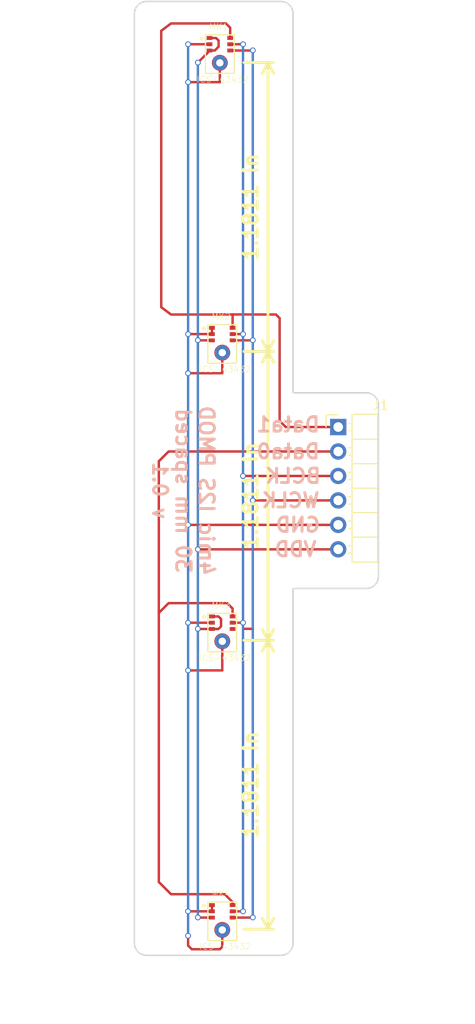
<source format=kicad_pcb>
(kicad_pcb (version 4) (host pcbnew 4.0.6)

  (general
    (links 32)
    (no_connects 5)
    (area 103.224999 16.289999 128.775001 115.500001)
    (thickness 1.6)
    (drawings 27)
    (tracks 152)
    (zones 0)
    (modules 5)
    (nets 7)
  )

  (page A4)
  (title_block
    (title "PMOD I2S 4mic")
    (date 2000-12-31)
    (rev 0.1)
  )

  (layers
    (0 F.Cu signal)
    (31 B.Cu signal)
    (32 B.Adhes user)
    (33 F.Adhes user)
    (34 B.Paste user)
    (35 F.Paste user hide)
    (36 B.SilkS user)
    (37 F.SilkS user)
    (38 B.Mask user)
    (39 F.Mask user)
    (40 Dwgs.User user)
    (41 Cmts.User user)
    (42 Eco1.User user)
    (43 Eco2.User user)
    (44 Edge.Cuts user)
    (45 Margin user)
    (46 B.CrtYd user)
    (47 F.CrtYd user)
    (48 B.Fab user)
    (49 F.Fab user)
  )

  (setup
    (last_trace_width 0.25)
    (trace_clearance 0.2)
    (zone_clearance 0.508)
    (zone_45_only no)
    (trace_min 0.2)
    (segment_width 0.2)
    (edge_width 0.15)
    (via_size 0.6)
    (via_drill 0.4)
    (via_min_size 0.4)
    (via_min_drill 0.3)
    (uvia_size 0.3)
    (uvia_drill 0.1)
    (uvias_allowed no)
    (uvia_min_size 0.2)
    (uvia_min_drill 0.1)
    (pcb_text_width 0.3)
    (pcb_text_size 1.5 1.5)
    (mod_edge_width 0.15)
    (mod_text_size 1 1)
    (mod_text_width 0.15)
    (pad_size 1.524 1.524)
    (pad_drill 0.762)
    (pad_to_mask_clearance 0.2)
    (aux_axis_origin 112.19 22.715)
    (grid_origin 112.19 22.715)
    (visible_elements FFFFFFFF)
    (pcbplotparams
      (layerselection 0x00030_80000001)
      (usegerberextensions false)
      (excludeedgelayer true)
      (linewidth 0.100000)
      (plotframeref false)
      (viasonmask false)
      (mode 1)
      (useauxorigin false)
      (hpglpennumber 1)
      (hpglpenspeed 20)
      (hpglpendiameter 15)
      (hpglpenoverlay 2)
      (psnegative false)
      (psa4output false)
      (plotreference true)
      (plotvalue true)
      (plotinvisibletext false)
      (padsonsilk false)
      (subtractmaskfromsilk false)
      (outputformat 1)
      (mirror false)
      (drillshape 1)
      (scaleselection 1)
      (outputdirectory ""))
  )

  (net 0 "")
  (net 1 /D1)
  (net 2 /D0)
  (net 3 /SCLK)
  (net 4 /GND)
  (net 5 /VDD)
  (net 6 /WS/WCLK)

  (net_class Default "This is the default net class."
    (clearance 0.2)
    (trace_width 0.25)
    (via_dia 0.6)
    (via_drill 0.4)
    (uvia_dia 0.3)
    (uvia_drill 0.1)
    (add_net /D0)
    (add_net /D1)
    (add_net /GND)
    (add_net /SCLK)
    (add_net /VDD)
    (add_net /WS/WCLK)
  )

  (module ICS-43432:MIC_ICS-43432 (layer F.Cu) (tedit 5AF2A507) (tstamp 5AF2CD1D)
    (at 112.444 110.853)
    (path /5AF29327)
    (attr smd)
    (fp_text reference MK4 (at -0.124753 -1.81156) (layer F.SilkS)
      (effects (font (size 0.641828 0.641828) (thickness 0.05)))
    )
    (fp_text value ICS-43432 (at 0.282788 3.65372) (layer F.SilkS)
      (effects (font (size 0.641778 0.641778) (thickness 0.05)))
    )
    (fp_line (start 1.5 -0.975) (end 1.5 3.025) (layer Dwgs.User) (width 0.127))
    (fp_line (start 1.5 3.025) (end -1.5 3.025) (layer Dwgs.User) (width 0.127))
    (fp_line (start -1.5 3.025) (end -1.5 -0.975) (layer Dwgs.User) (width 0.127))
    (fp_line (start -1.5 -0.975) (end 1.5 -0.975) (layer Dwgs.User) (width 0.127))
    (fp_line (start 1.5 -0.975) (end 1.5 3.025) (layer F.SilkS) (width 0.127))
    (fp_line (start 1.5 3.025) (end -1.5 3.025) (layer F.SilkS) (width 0.127))
    (fp_line (start -1.5 3.025) (end -1.5 -0.975) (layer F.SilkS) (width 0.127))
    (fp_line (start -1.5 -0.975) (end 1.5 -0.975) (layer F.SilkS) (width 0.127))
    (fp_line (start 1.75 -1.225) (end 1.75 3.275) (layer Dwgs.User) (width 0.05))
    (fp_line (start 1.75 3.275) (end -1.75 3.275) (layer Dwgs.User) (width 0.05))
    (fp_line (start -1.75 3.275) (end -1.75 -1.225) (layer Dwgs.User) (width 0.05))
    (fp_line (start -1.75 -1.225) (end 1.75 -1.225) (layer Dwgs.User) (width 0.05))
    (fp_circle (center -1.9 -0.6) (end -1.8 -0.6) (layer F.SilkS) (width 0.2))
    (fp_poly (pts (xy -0.825 -0.8) (xy -0.825 -0.5) (xy -1.325 -0.5) (xy -1.325 -0.8)) (layer F.Paste) (width 0.0001))
    (fp_poly (pts (xy -0.825 -0.15) (xy -0.825 0.15) (xy -1.325 0.15) (xy -1.325 -0.15)) (layer F.Paste) (width 0.0001))
    (fp_poly (pts (xy -0.825 0.5) (xy -0.825 0.8) (xy -1.325 0.8) (xy -1.325 0.5)) (layer F.Paste) (width 0.0001))
    (fp_poly (pts (xy 1.325 -0.8) (xy 1.325 -0.5) (xy 0.825 -0.5) (xy 0.825 -0.8)) (layer F.Paste) (width 0.0001))
    (fp_poly (pts (xy 1.325 -0.15) (xy 1.325 0.15) (xy 0.825 0.15) (xy 0.825 -0.15)) (layer F.Paste) (width 0.0001))
    (fp_poly (pts (xy 1.325 0.5) (xy 1.325 0.8) (xy 0.825 0.8) (xy 0.825 0.5)) (layer F.Paste) (width 0.0001))
    (fp_poly (pts (xy 0.05 1.345) (xy 0.065392 1.34634) (xy 0.092184 1.34995) (xy 0.118778 1.3548)
      (xy 0.145119 1.36088) (xy 0.171148 1.36818) (xy 0.196809 1.37668) (xy 0.222047 1.38637)
      (xy 0.246806 1.39722) (xy 0.271034 1.40921) (xy 0.294678 1.42232) (xy 0.317687 1.43651)
      (xy 0.34001 1.45176) (xy 0.3616 1.46803) (xy 0.382409 1.48528) (xy 0.402393 1.50349)
      (xy 0.421509 1.5226) (xy 0.439714 1.54259) (xy 0.45697 1.5634) (xy 0.473239 1.58499)
      (xy 0.488486 1.60731) (xy 0.502678 1.63032) (xy 0.515784 1.65396) (xy 0.527776 1.67819)
      (xy 0.538628 1.70295) (xy 0.548316 1.72819) (xy 0.556819 1.75385) (xy 0.564119 1.77988)
      (xy 0.5702 1.80622) (xy 0.575049 1.83281) (xy 0.578656 1.8596) (xy 0.58 1.875)
      (xy 0.82 1.875) (xy 0.819526 1.8608) (xy 0.81611 1.82067) (xy 0.810691 1.78077)
      (xy 0.803283 1.74118) (xy 0.793905 1.70202) (xy 0.78258 1.66337) (xy 0.769337 1.62534)
      (xy 0.754208 1.58802) (xy 0.737231 1.55151) (xy 0.71845 1.51588) (xy 0.69791 1.48124)
      (xy 0.675664 1.44768) (xy 0.651767 1.41526) (xy 0.626278 1.38408) (xy 0.599263 1.35422)
      (xy 0.570787 1.32574) (xy 0.540923 1.29873) (xy 0.509745 1.27324) (xy 0.477332 1.24934)
      (xy 0.443764 1.22709) (xy 0.409125 1.20655) (xy 0.373502 1.18777) (xy 0.336985 1.1708)
      (xy 0.299664 1.15567) (xy 0.261634 1.14242) (xy 0.222988 1.1311) (xy 0.183825 1.12172)
      (xy 0.144242 1.11431) (xy 0.104337 1.10889) (xy 0.064212 1.10547) (xy 0.05 1.105)) (layer F.Paste) (width 0.001))
    (fp_poly (pts (xy -0.58 1.875) (xy -0.578657 1.85961) (xy -0.57505 1.83282) (xy -0.570201 1.80622)
      (xy -0.56412 1.77988) (xy -0.55682 1.75385) (xy -0.548317 1.72819) (xy -0.538629 1.70295)
      (xy -0.527778 1.67819) (xy -0.515786 1.65397) (xy -0.502681 1.63032) (xy -0.488489 1.60731)
      (xy -0.473242 1.58499) (xy -0.456973 1.5634) (xy -0.439717 1.54259) (xy -0.421512 1.52261)
      (xy -0.402397 1.50349) (xy -0.382413 1.48529) (xy -0.361604 1.46803) (xy -0.340014 1.45176)
      (xy -0.317691 1.43651) (xy -0.294682 1.42232) (xy -0.271039 1.40922) (xy -0.246811 1.39722)
      (xy -0.222051 1.38637) (xy -0.196814 1.37668) (xy -0.171152 1.36818) (xy -0.145124 1.36088)
      (xy -0.118783 1.3548) (xy -0.092189 1.34995) (xy -0.065397 1.34634) (xy -0.05 1.345)
      (xy -0.05 1.105) (xy -0.064203 1.10547) (xy -0.104329 1.10889) (xy -0.144233 1.11431)
      (xy -0.183817 1.12172) (xy -0.22298 1.13109) (xy -0.261626 1.14242) (xy -0.299657 1.15566)
      (xy -0.336977 1.17079) (xy -0.373495 1.18777) (xy -0.409118 1.20655) (xy -0.443757 1.22709)
      (xy -0.477325 1.24934) (xy -0.509739 1.27323) (xy -0.540917 1.29872) (xy -0.570781 1.32574)
      (xy -0.599257 1.35421) (xy -0.626273 1.38408) (xy -0.651762 1.41525) (xy -0.675659 1.44767)
      (xy -0.697906 1.48124) (xy -0.718446 1.51587) (xy -0.737228 1.5515) (xy -0.754205 1.58801)
      (xy -0.769334 1.62534) (xy -0.782578 1.66337) (xy -0.793903 1.70201) (xy -0.803281 1.74117)
      (xy -0.810689 1.78076) (xy -0.816109 1.82066) (xy -0.819525 1.86079) (xy -0.82 1.875)) (layer F.Paste) (width 0.001))
    (fp_poly (pts (xy -0.05 2.505) (xy -0.065392 2.50366) (xy -0.092184 2.50005) (xy -0.118778 2.4952)
      (xy -0.145119 2.48912) (xy -0.171148 2.48182) (xy -0.196809 2.47332) (xy -0.222047 2.46363)
      (xy -0.246806 2.45278) (xy -0.271034 2.44079) (xy -0.294678 2.42768) (xy -0.317687 2.41349)
      (xy -0.34001 2.39824) (xy -0.3616 2.38197) (xy -0.382409 2.36472) (xy -0.402393 2.34651)
      (xy -0.421509 2.3274) (xy -0.439714 2.30741) (xy -0.45697 2.2866) (xy -0.473239 2.26501)
      (xy -0.488486 2.24269) (xy -0.502678 2.21968) (xy -0.515784 2.19604) (xy -0.527776 2.17181)
      (xy -0.538628 2.14705) (xy -0.548316 2.12181) (xy -0.556819 2.09615) (xy -0.564119 2.07012)
      (xy -0.5702 2.04378) (xy -0.575049 2.01719) (xy -0.578656 1.9904) (xy -0.58 1.975)
      (xy -0.82 1.975) (xy -0.819526 1.9892) (xy -0.81611 2.02933) (xy -0.810691 2.06923)
      (xy -0.803283 2.10882) (xy -0.793905 2.14798) (xy -0.78258 2.18663) (xy -0.769337 2.22466)
      (xy -0.754208 2.26198) (xy -0.737231 2.29849) (xy -0.71845 2.33412) (xy -0.69791 2.36876)
      (xy -0.675664 2.40232) (xy -0.651767 2.43474) (xy -0.626278 2.46592) (xy -0.599263 2.49578)
      (xy -0.570787 2.52426) (xy -0.540923 2.55127) (xy -0.509745 2.57676) (xy -0.477332 2.60066)
      (xy -0.443764 2.62291) (xy -0.409125 2.64345) (xy -0.373502 2.66223) (xy -0.336985 2.6792)
      (xy -0.299664 2.69433) (xy -0.261634 2.70758) (xy -0.222988 2.7189) (xy -0.183825 2.72828)
      (xy -0.144242 2.73569) (xy -0.104337 2.74111) (xy -0.064212 2.74453) (xy -0.05 2.745)) (layer F.Paste) (width 0.001))
    (fp_poly (pts (xy 0.58 1.975) (xy 0.578657 1.99039) (xy 0.57505 2.01718) (xy 0.570201 2.04378)
      (xy 0.56412 2.07012) (xy 0.55682 2.09615) (xy 0.548317 2.12181) (xy 0.538629 2.14705)
      (xy 0.527778 2.17181) (xy 0.515786 2.19603) (xy 0.502681 2.21968) (xy 0.488489 2.24269)
      (xy 0.473242 2.26501) (xy 0.456973 2.2866) (xy 0.439717 2.30741) (xy 0.421512 2.32739)
      (xy 0.402397 2.34651) (xy 0.382413 2.36471) (xy 0.361604 2.38197) (xy 0.340014 2.39824)
      (xy 0.317691 2.41349) (xy 0.294682 2.42768) (xy 0.271039 2.44078) (xy 0.246811 2.45278)
      (xy 0.222051 2.46363) (xy 0.196814 2.47332) (xy 0.171152 2.48182) (xy 0.145124 2.48912)
      (xy 0.118783 2.4952) (xy 0.092189 2.50005) (xy 0.065397 2.50366) (xy 0.05 2.505)
      (xy 0.05 2.745) (xy 0.064203 2.74453) (xy 0.104329 2.74111) (xy 0.144233 2.73569)
      (xy 0.183817 2.72828) (xy 0.22298 2.71891) (xy 0.261626 2.70758) (xy 0.299657 2.69434)
      (xy 0.336977 2.67921) (xy 0.373495 2.66223) (xy 0.409118 2.64345) (xy 0.443757 2.62291)
      (xy 0.477325 2.60066) (xy 0.509739 2.57677) (xy 0.540917 2.55128) (xy 0.570781 2.52426)
      (xy 0.599257 2.49579) (xy 0.626273 2.46592) (xy 0.651762 2.43475) (xy 0.675659 2.40233)
      (xy 0.697906 2.36876) (xy 0.718446 2.33413) (xy 0.737228 2.2985) (xy 0.754205 2.26199)
      (xy 0.769334 2.22466) (xy 0.782578 2.18663) (xy 0.793903 2.14799) (xy 0.803281 2.10883)
      (xy 0.810689 2.06924) (xy 0.816109 2.02934) (xy 0.819525 1.98921) (xy 0.82 1.975)) (layer F.Paste) (width 0.001))
    (fp_poly (pts (xy 0 1.4) (xy 0.013745 1.4) (xy 0.041202 1.40144) (xy 0.068547 1.40431)
      (xy 0.095703 1.40861) (xy 0.122598 1.41433) (xy 0.149156 1.42145) (xy 0.175306 1.42994)
      (xy 0.200975 1.4398) (xy 0.226093 1.45098) (xy 0.250591 1.46346) (xy 0.274403 1.47721)
      (xy 0.297463 1.49218) (xy 0.319707 1.50834) (xy 0.341075 1.52565) (xy 0.361508 1.54405)
      (xy 0.38095 1.56349) (xy 0.399348 1.58392) (xy 0.416651 1.60529) (xy 0.432813 1.62753)
      (xy 0.447788 1.65059) (xy 0.461536 1.6744) (xy 0.474018 1.6989) (xy 0.485202 1.72402)
      (xy 0.495055 1.74969) (xy 0.503552 1.77584) (xy 0.510668 1.8024) (xy 0.516385 1.82929)
      (xy 0.520686 1.85645) (xy 0.523561 1.88379) (xy 0.525 1.91125) (xy 0.525 1.925)
      (xy 0.525 1.93874) (xy 0.523561 1.9662) (xy 0.520687 1.99355) (xy 0.516386 2.0207)
      (xy 0.51067 2.0476) (xy 0.503554 2.07416) (xy 0.495057 2.10031) (xy 0.485204 2.12597)
      (xy 0.474021 2.15109) (xy 0.461539 2.17559) (xy 0.447791 2.1994) (xy 0.432816 2.22246)
      (xy 0.416655 2.24471) (xy 0.399352 2.26607) (xy 0.380954 2.28651) (xy 0.361512 2.30595)
      (xy 0.341079 2.32435) (xy 0.319712 2.34165) (xy 0.297468 2.35781) (xy 0.274408 2.37279)
      (xy 0.250597 2.38654) (xy 0.226099 2.39902) (xy 0.200981 2.4102) (xy 0.175312 2.42006)
      (xy 0.149162 2.42855) (xy 0.122604 2.43567) (xy 0.09571 2.44139) (xy 0.068553 2.44569)
      (xy 0.041208 2.44856) (xy 0.013751 2.45) (xy 0 2.45) (xy 0 2.75)
      (xy 0.021598 2.75) (xy 0.064746 2.74774) (xy 0.107716 2.74322) (xy 0.150391 2.73646)
      (xy 0.192654 2.72748) (xy 0.234388 2.7163) (xy 0.27548 2.70295) (xy 0.315817 2.68746)
      (xy 0.355289 2.66989) (xy 0.393787 2.65027) (xy 0.431205 2.62867) (xy 0.467441 2.60514)
      (xy 0.502396 2.57974) (xy 0.535974 2.55255) (xy 0.568084 2.52364) (xy 0.598636 2.49309)
      (xy 0.627547 2.46098) (xy 0.654738 2.4274) (xy 0.680134 2.39245) (xy 0.703667 2.35621)
      (xy 0.72527 2.3188) (xy 0.744886 2.2803) (xy 0.76246 2.24083) (xy 0.777944 2.20049)
      (xy 0.791296 2.1594) (xy 0.802479 2.11766) (xy 0.811462 2.0754) (xy 0.818222 2.03273)
      (xy 0.822738 1.98976) (xy 0.825 1.94661) (xy 0.825 1.925) (xy 0.825 1.9034)
      (xy 0.822739 1.86025) (xy 0.818223 1.81728) (xy 0.811464 1.77461) (xy 0.802481 1.73235)
      (xy 0.791299 1.69061) (xy 0.777947 1.64952) (xy 0.762464 1.60918) (xy 0.74489 1.56971)
      (xy 0.725275 1.53121) (xy 0.703672 1.4938) (xy 0.68014 1.45756) (xy 0.654744 1.4226)
      (xy 0.627553 1.38903) (xy 0.598642 1.35692) (xy 0.568091 1.32636) (xy 0.535982 1.29745)
      (xy 0.502404 1.27026) (xy 0.467449 1.24487) (xy 0.431213 1.22133) (xy 0.393795 1.19973)
      (xy 0.355298 1.18011) (xy 0.315827 1.16254) (xy 0.27549 1.14706) (xy 0.234398 1.1337)
      (xy 0.192663 1.12252) (xy 0.150401 1.11354) (xy 0.107726 1.10678) (xy 0.064756 1.10226)
      (xy 0.021608 1.1) (xy 0 1.1)) (layer F.Cu) (width 0.0001))
    (fp_poly (pts (xy 0 2.45) (xy -0.013745 2.45) (xy -0.041202 2.44856) (xy -0.068547 2.44569)
      (xy -0.095703 2.44139) (xy -0.122598 2.43567) (xy -0.149156 2.42855) (xy -0.175306 2.42006)
      (xy -0.200975 2.4102) (xy -0.226093 2.39902) (xy -0.250591 2.38654) (xy -0.274403 2.37279)
      (xy -0.297463 2.35782) (xy -0.319707 2.34166) (xy -0.341075 2.32435) (xy -0.361508 2.30595)
      (xy -0.38095 2.28651) (xy -0.399348 2.26608) (xy -0.416651 2.24471) (xy -0.432813 2.22247)
      (xy -0.447788 2.19941) (xy -0.461536 2.1756) (xy -0.474018 2.1511) (xy -0.485202 2.12598)
      (xy -0.495055 2.10031) (xy -0.503552 2.07416) (xy -0.510668 2.0476) (xy -0.516385 2.02071)
      (xy -0.520686 1.99355) (xy -0.523561 1.96621) (xy -0.525 1.93875) (xy -0.525 1.925)
      (xy -0.525 1.91126) (xy -0.523561 1.8838) (xy -0.520687 1.85645) (xy -0.516386 1.8293)
      (xy -0.51067 1.8024) (xy -0.503554 1.77584) (xy -0.495057 1.74969) (xy -0.485204 1.72403)
      (xy -0.474021 1.69891) (xy -0.461539 1.67441) (xy -0.447791 1.6506) (xy -0.432816 1.62754)
      (xy -0.416655 1.60529) (xy -0.399352 1.58393) (xy -0.380954 1.56349) (xy -0.361512 1.54405)
      (xy -0.341079 1.52565) (xy -0.319712 1.50835) (xy -0.297468 1.49219) (xy -0.274408 1.47721)
      (xy -0.250597 1.46346) (xy -0.226099 1.45098) (xy -0.200981 1.4398) (xy -0.175312 1.42994)
      (xy -0.149162 1.42145) (xy -0.122604 1.41433) (xy -0.09571 1.40861) (xy -0.068553 1.40431)
      (xy -0.041208 1.40144) (xy -0.013751 1.4) (xy 0 1.4) (xy 0 1.1)
      (xy -0.021598 1.1) (xy -0.064746 1.10226) (xy -0.107716 1.10678) (xy -0.150391 1.11354)
      (xy -0.192654 1.12252) (xy -0.234388 1.1337) (xy -0.27548 1.14705) (xy -0.315817 1.16254)
      (xy -0.355289 1.18011) (xy -0.393787 1.19973) (xy -0.431205 1.22133) (xy -0.467441 1.24486)
      (xy -0.502396 1.27026) (xy -0.535974 1.29745) (xy -0.568084 1.32636) (xy -0.598636 1.35691)
      (xy -0.627547 1.38902) (xy -0.654738 1.4226) (xy -0.680134 1.45755) (xy -0.703667 1.49379)
      (xy -0.72527 1.5312) (xy -0.744886 1.5697) (xy -0.76246 1.60917) (xy -0.777944 1.64951)
      (xy -0.791296 1.6906) (xy -0.802479 1.73234) (xy -0.811462 1.7746) (xy -0.818222 1.81727)
      (xy -0.822738 1.86024) (xy -0.825 1.90339) (xy -0.825 1.925) (xy -0.825 1.9466)
      (xy -0.822739 1.98975) (xy -0.818223 2.03272) (xy -0.811464 2.07539) (xy -0.802481 2.11765)
      (xy -0.791299 2.15939) (xy -0.777947 2.20048) (xy -0.762464 2.24082) (xy -0.74489 2.28029)
      (xy -0.725275 2.31879) (xy -0.703672 2.3562) (xy -0.68014 2.39244) (xy -0.654744 2.4274)
      (xy -0.627553 2.46097) (xy -0.598642 2.49308) (xy -0.568091 2.52364) (xy -0.535982 2.55255)
      (xy -0.502404 2.57974) (xy -0.467449 2.60513) (xy -0.431213 2.62867) (xy -0.393795 2.65027)
      (xy -0.355298 2.66989) (xy -0.315827 2.68746) (xy -0.27549 2.70294) (xy -0.234398 2.7163)
      (xy -0.192663 2.72748) (xy -0.150401 2.73646) (xy -0.107726 2.74322) (xy -0.064756 2.74774)
      (xy -0.021608 2.75) (xy 0 2.75)) (layer F.Cu) (width 0.0001))
    (pad 1 smd rect (at -1.075 -0.65) (size 0.6 0.4) (layers F.Cu F.Paste F.Mask)
      (net 4 /GND))
    (pad 4 smd rect (at 0 2.5 270) (size 0.1 0.1) (layers F.Cu F.Paste F.Mask)
      (net 4 /GND))
    (pad 2 smd rect (at -1.075 0) (size 0.6 0.4) (layers F.Cu F.Paste F.Mask)
      (net 4 /GND))
    (pad 3 smd rect (at -1.075 0.65) (size 0.6 0.4) (layers F.Cu F.Paste F.Mask)
      (net 5 /VDD))
    (pad 7 smd rect (at 1.075 -0.65) (size 0.6 0.4) (layers F.Cu F.Paste F.Mask)
      (net 2 /D0))
    (pad 6 smd rect (at 1.075 0) (size 0.6 0.4) (layers F.Cu F.Paste F.Mask)
      (net 3 /SCLK))
    (pad 5 smd rect (at 1.075 0.65) (size 0.6 0.4) (layers F.Cu F.Paste F.Mask)
      (net 6 /WS/WCLK))
    (pad Hole np_thru_hole circle (at 0 1.925) (size 0.5 0.5) (drill 0.5) (layers))
    (pad 1 thru_hole circle (at 0 1.9304) (size 1.524 1.524) (drill 0.762) (layers F.Cu F.Mask)
      (net 4 /GND))
  )

  (module ICS-43432:MIC_ICS-43432 (layer F.Cu) (tedit 5AF2A4F4) (tstamp 5AF2CCF8)
    (at 112.444 80.881)
    (path /5AF292D4)
    (attr smd)
    (fp_text reference MK3 (at -0.124753 -1.81156) (layer F.SilkS)
      (effects (font (size 0.641828 0.641828) (thickness 0.05)))
    )
    (fp_text value ICS-43432 (at 0.282788 3.65372) (layer F.SilkS)
      (effects (font (size 0.641778 0.641778) (thickness 0.05)))
    )
    (fp_line (start 1.5 -0.975) (end 1.5 3.025) (layer Dwgs.User) (width 0.127))
    (fp_line (start 1.5 3.025) (end -1.5 3.025) (layer Dwgs.User) (width 0.127))
    (fp_line (start -1.5 3.025) (end -1.5 -0.975) (layer Dwgs.User) (width 0.127))
    (fp_line (start -1.5 -0.975) (end 1.5 -0.975) (layer Dwgs.User) (width 0.127))
    (fp_line (start 1.5 -0.975) (end 1.5 3.025) (layer F.SilkS) (width 0.127))
    (fp_line (start 1.5 3.025) (end -1.5 3.025) (layer F.SilkS) (width 0.127))
    (fp_line (start -1.5 3.025) (end -1.5 -0.975) (layer F.SilkS) (width 0.127))
    (fp_line (start -1.5 -0.975) (end 1.5 -0.975) (layer F.SilkS) (width 0.127))
    (fp_line (start 1.75 -1.225) (end 1.75 3.275) (layer Dwgs.User) (width 0.05))
    (fp_line (start 1.75 3.275) (end -1.75 3.275) (layer Dwgs.User) (width 0.05))
    (fp_line (start -1.75 3.275) (end -1.75 -1.225) (layer Dwgs.User) (width 0.05))
    (fp_line (start -1.75 -1.225) (end 1.75 -1.225) (layer Dwgs.User) (width 0.05))
    (fp_circle (center -1.9 -0.6) (end -1.8 -0.6) (layer F.SilkS) (width 0.2))
    (fp_poly (pts (xy -0.825 -0.8) (xy -0.825 -0.5) (xy -1.325 -0.5) (xy -1.325 -0.8)) (layer F.Paste) (width 0.0001))
    (fp_poly (pts (xy -0.825 -0.15) (xy -0.825 0.15) (xy -1.325 0.15) (xy -1.325 -0.15)) (layer F.Paste) (width 0.0001))
    (fp_poly (pts (xy -0.825 0.5) (xy -0.825 0.8) (xy -1.325 0.8) (xy -1.325 0.5)) (layer F.Paste) (width 0.0001))
    (fp_poly (pts (xy 1.325 -0.8) (xy 1.325 -0.5) (xy 0.825 -0.5) (xy 0.825 -0.8)) (layer F.Paste) (width 0.0001))
    (fp_poly (pts (xy 1.325 -0.15) (xy 1.325 0.15) (xy 0.825 0.15) (xy 0.825 -0.15)) (layer F.Paste) (width 0.0001))
    (fp_poly (pts (xy 1.325 0.5) (xy 1.325 0.8) (xy 0.825 0.8) (xy 0.825 0.5)) (layer F.Paste) (width 0.0001))
    (fp_poly (pts (xy 0.05 1.345) (xy 0.065392 1.34634) (xy 0.092184 1.34995) (xy 0.118778 1.3548)
      (xy 0.145119 1.36088) (xy 0.171148 1.36818) (xy 0.196809 1.37668) (xy 0.222047 1.38637)
      (xy 0.246806 1.39722) (xy 0.271034 1.40921) (xy 0.294678 1.42232) (xy 0.317687 1.43651)
      (xy 0.34001 1.45176) (xy 0.3616 1.46803) (xy 0.382409 1.48528) (xy 0.402393 1.50349)
      (xy 0.421509 1.5226) (xy 0.439714 1.54259) (xy 0.45697 1.5634) (xy 0.473239 1.58499)
      (xy 0.488486 1.60731) (xy 0.502678 1.63032) (xy 0.515784 1.65396) (xy 0.527776 1.67819)
      (xy 0.538628 1.70295) (xy 0.548316 1.72819) (xy 0.556819 1.75385) (xy 0.564119 1.77988)
      (xy 0.5702 1.80622) (xy 0.575049 1.83281) (xy 0.578656 1.8596) (xy 0.58 1.875)
      (xy 0.82 1.875) (xy 0.819526 1.8608) (xy 0.81611 1.82067) (xy 0.810691 1.78077)
      (xy 0.803283 1.74118) (xy 0.793905 1.70202) (xy 0.78258 1.66337) (xy 0.769337 1.62534)
      (xy 0.754208 1.58802) (xy 0.737231 1.55151) (xy 0.71845 1.51588) (xy 0.69791 1.48124)
      (xy 0.675664 1.44768) (xy 0.651767 1.41526) (xy 0.626278 1.38408) (xy 0.599263 1.35422)
      (xy 0.570787 1.32574) (xy 0.540923 1.29873) (xy 0.509745 1.27324) (xy 0.477332 1.24934)
      (xy 0.443764 1.22709) (xy 0.409125 1.20655) (xy 0.373502 1.18777) (xy 0.336985 1.1708)
      (xy 0.299664 1.15567) (xy 0.261634 1.14242) (xy 0.222988 1.1311) (xy 0.183825 1.12172)
      (xy 0.144242 1.11431) (xy 0.104337 1.10889) (xy 0.064212 1.10547) (xy 0.05 1.105)) (layer F.Paste) (width 0.001))
    (fp_poly (pts (xy -0.58 1.875) (xy -0.578657 1.85961) (xy -0.57505 1.83282) (xy -0.570201 1.80622)
      (xy -0.56412 1.77988) (xy -0.55682 1.75385) (xy -0.548317 1.72819) (xy -0.538629 1.70295)
      (xy -0.527778 1.67819) (xy -0.515786 1.65397) (xy -0.502681 1.63032) (xy -0.488489 1.60731)
      (xy -0.473242 1.58499) (xy -0.456973 1.5634) (xy -0.439717 1.54259) (xy -0.421512 1.52261)
      (xy -0.402397 1.50349) (xy -0.382413 1.48529) (xy -0.361604 1.46803) (xy -0.340014 1.45176)
      (xy -0.317691 1.43651) (xy -0.294682 1.42232) (xy -0.271039 1.40922) (xy -0.246811 1.39722)
      (xy -0.222051 1.38637) (xy -0.196814 1.37668) (xy -0.171152 1.36818) (xy -0.145124 1.36088)
      (xy -0.118783 1.3548) (xy -0.092189 1.34995) (xy -0.065397 1.34634) (xy -0.05 1.345)
      (xy -0.05 1.105) (xy -0.064203 1.10547) (xy -0.104329 1.10889) (xy -0.144233 1.11431)
      (xy -0.183817 1.12172) (xy -0.22298 1.13109) (xy -0.261626 1.14242) (xy -0.299657 1.15566)
      (xy -0.336977 1.17079) (xy -0.373495 1.18777) (xy -0.409118 1.20655) (xy -0.443757 1.22709)
      (xy -0.477325 1.24934) (xy -0.509739 1.27323) (xy -0.540917 1.29872) (xy -0.570781 1.32574)
      (xy -0.599257 1.35421) (xy -0.626273 1.38408) (xy -0.651762 1.41525) (xy -0.675659 1.44767)
      (xy -0.697906 1.48124) (xy -0.718446 1.51587) (xy -0.737228 1.5515) (xy -0.754205 1.58801)
      (xy -0.769334 1.62534) (xy -0.782578 1.66337) (xy -0.793903 1.70201) (xy -0.803281 1.74117)
      (xy -0.810689 1.78076) (xy -0.816109 1.82066) (xy -0.819525 1.86079) (xy -0.82 1.875)) (layer F.Paste) (width 0.001))
    (fp_poly (pts (xy -0.05 2.505) (xy -0.065392 2.50366) (xy -0.092184 2.50005) (xy -0.118778 2.4952)
      (xy -0.145119 2.48912) (xy -0.171148 2.48182) (xy -0.196809 2.47332) (xy -0.222047 2.46363)
      (xy -0.246806 2.45278) (xy -0.271034 2.44079) (xy -0.294678 2.42768) (xy -0.317687 2.41349)
      (xy -0.34001 2.39824) (xy -0.3616 2.38197) (xy -0.382409 2.36472) (xy -0.402393 2.34651)
      (xy -0.421509 2.3274) (xy -0.439714 2.30741) (xy -0.45697 2.2866) (xy -0.473239 2.26501)
      (xy -0.488486 2.24269) (xy -0.502678 2.21968) (xy -0.515784 2.19604) (xy -0.527776 2.17181)
      (xy -0.538628 2.14705) (xy -0.548316 2.12181) (xy -0.556819 2.09615) (xy -0.564119 2.07012)
      (xy -0.5702 2.04378) (xy -0.575049 2.01719) (xy -0.578656 1.9904) (xy -0.58 1.975)
      (xy -0.82 1.975) (xy -0.819526 1.9892) (xy -0.81611 2.02933) (xy -0.810691 2.06923)
      (xy -0.803283 2.10882) (xy -0.793905 2.14798) (xy -0.78258 2.18663) (xy -0.769337 2.22466)
      (xy -0.754208 2.26198) (xy -0.737231 2.29849) (xy -0.71845 2.33412) (xy -0.69791 2.36876)
      (xy -0.675664 2.40232) (xy -0.651767 2.43474) (xy -0.626278 2.46592) (xy -0.599263 2.49578)
      (xy -0.570787 2.52426) (xy -0.540923 2.55127) (xy -0.509745 2.57676) (xy -0.477332 2.60066)
      (xy -0.443764 2.62291) (xy -0.409125 2.64345) (xy -0.373502 2.66223) (xy -0.336985 2.6792)
      (xy -0.299664 2.69433) (xy -0.261634 2.70758) (xy -0.222988 2.7189) (xy -0.183825 2.72828)
      (xy -0.144242 2.73569) (xy -0.104337 2.74111) (xy -0.064212 2.74453) (xy -0.05 2.745)) (layer F.Paste) (width 0.001))
    (fp_poly (pts (xy 0.58 1.975) (xy 0.578657 1.99039) (xy 0.57505 2.01718) (xy 0.570201 2.04378)
      (xy 0.56412 2.07012) (xy 0.55682 2.09615) (xy 0.548317 2.12181) (xy 0.538629 2.14705)
      (xy 0.527778 2.17181) (xy 0.515786 2.19603) (xy 0.502681 2.21968) (xy 0.488489 2.24269)
      (xy 0.473242 2.26501) (xy 0.456973 2.2866) (xy 0.439717 2.30741) (xy 0.421512 2.32739)
      (xy 0.402397 2.34651) (xy 0.382413 2.36471) (xy 0.361604 2.38197) (xy 0.340014 2.39824)
      (xy 0.317691 2.41349) (xy 0.294682 2.42768) (xy 0.271039 2.44078) (xy 0.246811 2.45278)
      (xy 0.222051 2.46363) (xy 0.196814 2.47332) (xy 0.171152 2.48182) (xy 0.145124 2.48912)
      (xy 0.118783 2.4952) (xy 0.092189 2.50005) (xy 0.065397 2.50366) (xy 0.05 2.505)
      (xy 0.05 2.745) (xy 0.064203 2.74453) (xy 0.104329 2.74111) (xy 0.144233 2.73569)
      (xy 0.183817 2.72828) (xy 0.22298 2.71891) (xy 0.261626 2.70758) (xy 0.299657 2.69434)
      (xy 0.336977 2.67921) (xy 0.373495 2.66223) (xy 0.409118 2.64345) (xy 0.443757 2.62291)
      (xy 0.477325 2.60066) (xy 0.509739 2.57677) (xy 0.540917 2.55128) (xy 0.570781 2.52426)
      (xy 0.599257 2.49579) (xy 0.626273 2.46592) (xy 0.651762 2.43475) (xy 0.675659 2.40233)
      (xy 0.697906 2.36876) (xy 0.718446 2.33413) (xy 0.737228 2.2985) (xy 0.754205 2.26199)
      (xy 0.769334 2.22466) (xy 0.782578 2.18663) (xy 0.793903 2.14799) (xy 0.803281 2.10883)
      (xy 0.810689 2.06924) (xy 0.816109 2.02934) (xy 0.819525 1.98921) (xy 0.82 1.975)) (layer F.Paste) (width 0.001))
    (fp_poly (pts (xy 0 1.4) (xy 0.013745 1.4) (xy 0.041202 1.40144) (xy 0.068547 1.40431)
      (xy 0.095703 1.40861) (xy 0.122598 1.41433) (xy 0.149156 1.42145) (xy 0.175306 1.42994)
      (xy 0.200975 1.4398) (xy 0.226093 1.45098) (xy 0.250591 1.46346) (xy 0.274403 1.47721)
      (xy 0.297463 1.49218) (xy 0.319707 1.50834) (xy 0.341075 1.52565) (xy 0.361508 1.54405)
      (xy 0.38095 1.56349) (xy 0.399348 1.58392) (xy 0.416651 1.60529) (xy 0.432813 1.62753)
      (xy 0.447788 1.65059) (xy 0.461536 1.6744) (xy 0.474018 1.6989) (xy 0.485202 1.72402)
      (xy 0.495055 1.74969) (xy 0.503552 1.77584) (xy 0.510668 1.8024) (xy 0.516385 1.82929)
      (xy 0.520686 1.85645) (xy 0.523561 1.88379) (xy 0.525 1.91125) (xy 0.525 1.925)
      (xy 0.525 1.93874) (xy 0.523561 1.9662) (xy 0.520687 1.99355) (xy 0.516386 2.0207)
      (xy 0.51067 2.0476) (xy 0.503554 2.07416) (xy 0.495057 2.10031) (xy 0.485204 2.12597)
      (xy 0.474021 2.15109) (xy 0.461539 2.17559) (xy 0.447791 2.1994) (xy 0.432816 2.22246)
      (xy 0.416655 2.24471) (xy 0.399352 2.26607) (xy 0.380954 2.28651) (xy 0.361512 2.30595)
      (xy 0.341079 2.32435) (xy 0.319712 2.34165) (xy 0.297468 2.35781) (xy 0.274408 2.37279)
      (xy 0.250597 2.38654) (xy 0.226099 2.39902) (xy 0.200981 2.4102) (xy 0.175312 2.42006)
      (xy 0.149162 2.42855) (xy 0.122604 2.43567) (xy 0.09571 2.44139) (xy 0.068553 2.44569)
      (xy 0.041208 2.44856) (xy 0.013751 2.45) (xy 0 2.45) (xy 0 2.75)
      (xy 0.021598 2.75) (xy 0.064746 2.74774) (xy 0.107716 2.74322) (xy 0.150391 2.73646)
      (xy 0.192654 2.72748) (xy 0.234388 2.7163) (xy 0.27548 2.70295) (xy 0.315817 2.68746)
      (xy 0.355289 2.66989) (xy 0.393787 2.65027) (xy 0.431205 2.62867) (xy 0.467441 2.60514)
      (xy 0.502396 2.57974) (xy 0.535974 2.55255) (xy 0.568084 2.52364) (xy 0.598636 2.49309)
      (xy 0.627547 2.46098) (xy 0.654738 2.4274) (xy 0.680134 2.39245) (xy 0.703667 2.35621)
      (xy 0.72527 2.3188) (xy 0.744886 2.2803) (xy 0.76246 2.24083) (xy 0.777944 2.20049)
      (xy 0.791296 2.1594) (xy 0.802479 2.11766) (xy 0.811462 2.0754) (xy 0.818222 2.03273)
      (xy 0.822738 1.98976) (xy 0.825 1.94661) (xy 0.825 1.925) (xy 0.825 1.9034)
      (xy 0.822739 1.86025) (xy 0.818223 1.81728) (xy 0.811464 1.77461) (xy 0.802481 1.73235)
      (xy 0.791299 1.69061) (xy 0.777947 1.64952) (xy 0.762464 1.60918) (xy 0.74489 1.56971)
      (xy 0.725275 1.53121) (xy 0.703672 1.4938) (xy 0.68014 1.45756) (xy 0.654744 1.4226)
      (xy 0.627553 1.38903) (xy 0.598642 1.35692) (xy 0.568091 1.32636) (xy 0.535982 1.29745)
      (xy 0.502404 1.27026) (xy 0.467449 1.24487) (xy 0.431213 1.22133) (xy 0.393795 1.19973)
      (xy 0.355298 1.18011) (xy 0.315827 1.16254) (xy 0.27549 1.14706) (xy 0.234398 1.1337)
      (xy 0.192663 1.12252) (xy 0.150401 1.11354) (xy 0.107726 1.10678) (xy 0.064756 1.10226)
      (xy 0.021608 1.1) (xy 0 1.1)) (layer F.Cu) (width 0.0001))
    (fp_poly (pts (xy 0 2.45) (xy -0.013745 2.45) (xy -0.041202 2.44856) (xy -0.068547 2.44569)
      (xy -0.095703 2.44139) (xy -0.122598 2.43567) (xy -0.149156 2.42855) (xy -0.175306 2.42006)
      (xy -0.200975 2.4102) (xy -0.226093 2.39902) (xy -0.250591 2.38654) (xy -0.274403 2.37279)
      (xy -0.297463 2.35782) (xy -0.319707 2.34166) (xy -0.341075 2.32435) (xy -0.361508 2.30595)
      (xy -0.38095 2.28651) (xy -0.399348 2.26608) (xy -0.416651 2.24471) (xy -0.432813 2.22247)
      (xy -0.447788 2.19941) (xy -0.461536 2.1756) (xy -0.474018 2.1511) (xy -0.485202 2.12598)
      (xy -0.495055 2.10031) (xy -0.503552 2.07416) (xy -0.510668 2.0476) (xy -0.516385 2.02071)
      (xy -0.520686 1.99355) (xy -0.523561 1.96621) (xy -0.525 1.93875) (xy -0.525 1.925)
      (xy -0.525 1.91126) (xy -0.523561 1.8838) (xy -0.520687 1.85645) (xy -0.516386 1.8293)
      (xy -0.51067 1.8024) (xy -0.503554 1.77584) (xy -0.495057 1.74969) (xy -0.485204 1.72403)
      (xy -0.474021 1.69891) (xy -0.461539 1.67441) (xy -0.447791 1.6506) (xy -0.432816 1.62754)
      (xy -0.416655 1.60529) (xy -0.399352 1.58393) (xy -0.380954 1.56349) (xy -0.361512 1.54405)
      (xy -0.341079 1.52565) (xy -0.319712 1.50835) (xy -0.297468 1.49219) (xy -0.274408 1.47721)
      (xy -0.250597 1.46346) (xy -0.226099 1.45098) (xy -0.200981 1.4398) (xy -0.175312 1.42994)
      (xy -0.149162 1.42145) (xy -0.122604 1.41433) (xy -0.09571 1.40861) (xy -0.068553 1.40431)
      (xy -0.041208 1.40144) (xy -0.013751 1.4) (xy 0 1.4) (xy 0 1.1)
      (xy -0.021598 1.1) (xy -0.064746 1.10226) (xy -0.107716 1.10678) (xy -0.150391 1.11354)
      (xy -0.192654 1.12252) (xy -0.234388 1.1337) (xy -0.27548 1.14705) (xy -0.315817 1.16254)
      (xy -0.355289 1.18011) (xy -0.393787 1.19973) (xy -0.431205 1.22133) (xy -0.467441 1.24486)
      (xy -0.502396 1.27026) (xy -0.535974 1.29745) (xy -0.568084 1.32636) (xy -0.598636 1.35691)
      (xy -0.627547 1.38902) (xy -0.654738 1.4226) (xy -0.680134 1.45755) (xy -0.703667 1.49379)
      (xy -0.72527 1.5312) (xy -0.744886 1.5697) (xy -0.76246 1.60917) (xy -0.777944 1.64951)
      (xy -0.791296 1.6906) (xy -0.802479 1.73234) (xy -0.811462 1.7746) (xy -0.818222 1.81727)
      (xy -0.822738 1.86024) (xy -0.825 1.90339) (xy -0.825 1.925) (xy -0.825 1.9466)
      (xy -0.822739 1.98975) (xy -0.818223 2.03272) (xy -0.811464 2.07539) (xy -0.802481 2.11765)
      (xy -0.791299 2.15939) (xy -0.777947 2.20048) (xy -0.762464 2.24082) (xy -0.74489 2.28029)
      (xy -0.725275 2.31879) (xy -0.703672 2.3562) (xy -0.68014 2.39244) (xy -0.654744 2.4274)
      (xy -0.627553 2.46097) (xy -0.598642 2.49308) (xy -0.568091 2.52364) (xy -0.535982 2.55255)
      (xy -0.502404 2.57974) (xy -0.467449 2.60513) (xy -0.431213 2.62867) (xy -0.393795 2.65027)
      (xy -0.355298 2.66989) (xy -0.315827 2.68746) (xy -0.27549 2.70294) (xy -0.234398 2.7163)
      (xy -0.192663 2.72748) (xy -0.150401 2.73646) (xy -0.107726 2.74322) (xy -0.064756 2.74774)
      (xy -0.021608 2.75) (xy 0 2.75)) (layer F.Cu) (width 0.0001))
    (pad 1 smd rect (at -1.075 -0.65) (size 0.6 0.4) (layers F.Cu F.Paste F.Mask)
      (net 5 /VDD))
    (pad 4 smd rect (at 0 2.5 270) (size 0.1 0.1) (layers F.Cu F.Paste F.Mask)
      (net 4 /GND))
    (pad 2 smd rect (at -1.075 0) (size 0.6 0.4) (layers F.Cu F.Paste F.Mask)
      (net 4 /GND))
    (pad 3 smd rect (at -1.075 0.65) (size 0.6 0.4) (layers F.Cu F.Paste F.Mask)
      (net 5 /VDD))
    (pad 7 smd rect (at 1.075 -0.65) (size 0.6 0.4) (layers F.Cu F.Paste F.Mask)
      (net 2 /D0))
    (pad 6 smd rect (at 1.075 0) (size 0.6 0.4) (layers F.Cu F.Paste F.Mask)
      (net 3 /SCLK))
    (pad 5 smd rect (at 1.075 0.65) (size 0.6 0.4) (layers F.Cu F.Paste F.Mask)
      (net 6 /WS/WCLK))
    (pad Hole np_thru_hole circle (at 0 1.925) (size 0.5 0.5) (drill 0.5) (layers))
    (pad 1 thru_hole circle (at 0 1.9304) (size 1.524 1.524) (drill 0.762) (layers F.Cu F.Mask)
      (net 5 /VDD))
  )

  (module ICS-43432:MIC_ICS-43432 (layer F.Cu) (tedit 5AF2A4DB) (tstamp 5AF2CCAE)
    (at 112.19 20.81)
    (path /5AF291DF)
    (attr smd)
    (fp_text reference MK1 (at -0.124753 -1.81156) (layer F.SilkS)
      (effects (font (size 0.641828 0.641828) (thickness 0.05)))
    )
    (fp_text value ICS-43432 (at 0.282788 3.65372) (layer F.SilkS)
      (effects (font (size 0.641778 0.641778) (thickness 0.05)))
    )
    (fp_line (start 1.5 -0.975) (end 1.5 3.025) (layer Dwgs.User) (width 0.127))
    (fp_line (start 1.5 3.025) (end -1.5 3.025) (layer Dwgs.User) (width 0.127))
    (fp_line (start -1.5 3.025) (end -1.5 -0.975) (layer Dwgs.User) (width 0.127))
    (fp_line (start -1.5 -0.975) (end 1.5 -0.975) (layer Dwgs.User) (width 0.127))
    (fp_line (start 1.5 -0.975) (end 1.5 3.025) (layer F.SilkS) (width 0.127))
    (fp_line (start 1.5 3.025) (end -1.5 3.025) (layer F.SilkS) (width 0.127))
    (fp_line (start -1.5 3.025) (end -1.5 -0.975) (layer F.SilkS) (width 0.127))
    (fp_line (start -1.5 -0.975) (end 1.5 -0.975) (layer F.SilkS) (width 0.127))
    (fp_line (start 1.75 -1.225) (end 1.75 3.275) (layer Dwgs.User) (width 0.05))
    (fp_line (start 1.75 3.275) (end -1.75 3.275) (layer Dwgs.User) (width 0.05))
    (fp_line (start -1.75 3.275) (end -1.75 -1.225) (layer Dwgs.User) (width 0.05))
    (fp_line (start -1.75 -1.225) (end 1.75 -1.225) (layer Dwgs.User) (width 0.05))
    (fp_circle (center -1.9 -0.6) (end -1.8 -0.6) (layer F.SilkS) (width 0.2))
    (fp_poly (pts (xy -0.825 -0.8) (xy -0.825 -0.5) (xy -1.325 -0.5) (xy -1.325 -0.8)) (layer F.Paste) (width 0.0001))
    (fp_poly (pts (xy -0.825 -0.15) (xy -0.825 0.15) (xy -1.325 0.15) (xy -1.325 -0.15)) (layer F.Paste) (width 0.0001))
    (fp_poly (pts (xy -0.825 0.5) (xy -0.825 0.8) (xy -1.325 0.8) (xy -1.325 0.5)) (layer F.Paste) (width 0.0001))
    (fp_poly (pts (xy 1.325 -0.8) (xy 1.325 -0.5) (xy 0.825 -0.5) (xy 0.825 -0.8)) (layer F.Paste) (width 0.0001))
    (fp_poly (pts (xy 1.325 -0.15) (xy 1.325 0.15) (xy 0.825 0.15) (xy 0.825 -0.15)) (layer F.Paste) (width 0.0001))
    (fp_poly (pts (xy 1.325 0.5) (xy 1.325 0.8) (xy 0.825 0.8) (xy 0.825 0.5)) (layer F.Paste) (width 0.0001))
    (fp_poly (pts (xy 0.05 1.345) (xy 0.065392 1.34634) (xy 0.092184 1.34995) (xy 0.118778 1.3548)
      (xy 0.145119 1.36088) (xy 0.171148 1.36818) (xy 0.196809 1.37668) (xy 0.222047 1.38637)
      (xy 0.246806 1.39722) (xy 0.271034 1.40921) (xy 0.294678 1.42232) (xy 0.317687 1.43651)
      (xy 0.34001 1.45176) (xy 0.3616 1.46803) (xy 0.382409 1.48528) (xy 0.402393 1.50349)
      (xy 0.421509 1.5226) (xy 0.439714 1.54259) (xy 0.45697 1.5634) (xy 0.473239 1.58499)
      (xy 0.488486 1.60731) (xy 0.502678 1.63032) (xy 0.515784 1.65396) (xy 0.527776 1.67819)
      (xy 0.538628 1.70295) (xy 0.548316 1.72819) (xy 0.556819 1.75385) (xy 0.564119 1.77988)
      (xy 0.5702 1.80622) (xy 0.575049 1.83281) (xy 0.578656 1.8596) (xy 0.58 1.875)
      (xy 0.82 1.875) (xy 0.819526 1.8608) (xy 0.81611 1.82067) (xy 0.810691 1.78077)
      (xy 0.803283 1.74118) (xy 0.793905 1.70202) (xy 0.78258 1.66337) (xy 0.769337 1.62534)
      (xy 0.754208 1.58802) (xy 0.737231 1.55151) (xy 0.71845 1.51588) (xy 0.69791 1.48124)
      (xy 0.675664 1.44768) (xy 0.651767 1.41526) (xy 0.626278 1.38408) (xy 0.599263 1.35422)
      (xy 0.570787 1.32574) (xy 0.540923 1.29873) (xy 0.509745 1.27324) (xy 0.477332 1.24934)
      (xy 0.443764 1.22709) (xy 0.409125 1.20655) (xy 0.373502 1.18777) (xy 0.336985 1.1708)
      (xy 0.299664 1.15567) (xy 0.261634 1.14242) (xy 0.222988 1.1311) (xy 0.183825 1.12172)
      (xy 0.144242 1.11431) (xy 0.104337 1.10889) (xy 0.064212 1.10547) (xy 0.05 1.105)) (layer F.Paste) (width 0.001))
    (fp_poly (pts (xy -0.58 1.875) (xy -0.578657 1.85961) (xy -0.57505 1.83282) (xy -0.570201 1.80622)
      (xy -0.56412 1.77988) (xy -0.55682 1.75385) (xy -0.548317 1.72819) (xy -0.538629 1.70295)
      (xy -0.527778 1.67819) (xy -0.515786 1.65397) (xy -0.502681 1.63032) (xy -0.488489 1.60731)
      (xy -0.473242 1.58499) (xy -0.456973 1.5634) (xy -0.439717 1.54259) (xy -0.421512 1.52261)
      (xy -0.402397 1.50349) (xy -0.382413 1.48529) (xy -0.361604 1.46803) (xy -0.340014 1.45176)
      (xy -0.317691 1.43651) (xy -0.294682 1.42232) (xy -0.271039 1.40922) (xy -0.246811 1.39722)
      (xy -0.222051 1.38637) (xy -0.196814 1.37668) (xy -0.171152 1.36818) (xy -0.145124 1.36088)
      (xy -0.118783 1.3548) (xy -0.092189 1.34995) (xy -0.065397 1.34634) (xy -0.05 1.345)
      (xy -0.05 1.105) (xy -0.064203 1.10547) (xy -0.104329 1.10889) (xy -0.144233 1.11431)
      (xy -0.183817 1.12172) (xy -0.22298 1.13109) (xy -0.261626 1.14242) (xy -0.299657 1.15566)
      (xy -0.336977 1.17079) (xy -0.373495 1.18777) (xy -0.409118 1.20655) (xy -0.443757 1.22709)
      (xy -0.477325 1.24934) (xy -0.509739 1.27323) (xy -0.540917 1.29872) (xy -0.570781 1.32574)
      (xy -0.599257 1.35421) (xy -0.626273 1.38408) (xy -0.651762 1.41525) (xy -0.675659 1.44767)
      (xy -0.697906 1.48124) (xy -0.718446 1.51587) (xy -0.737228 1.5515) (xy -0.754205 1.58801)
      (xy -0.769334 1.62534) (xy -0.782578 1.66337) (xy -0.793903 1.70201) (xy -0.803281 1.74117)
      (xy -0.810689 1.78076) (xy -0.816109 1.82066) (xy -0.819525 1.86079) (xy -0.82 1.875)) (layer F.Paste) (width 0.001))
    (fp_poly (pts (xy -0.05 2.505) (xy -0.065392 2.50366) (xy -0.092184 2.50005) (xy -0.118778 2.4952)
      (xy -0.145119 2.48912) (xy -0.171148 2.48182) (xy -0.196809 2.47332) (xy -0.222047 2.46363)
      (xy -0.246806 2.45278) (xy -0.271034 2.44079) (xy -0.294678 2.42768) (xy -0.317687 2.41349)
      (xy -0.34001 2.39824) (xy -0.3616 2.38197) (xy -0.382409 2.36472) (xy -0.402393 2.34651)
      (xy -0.421509 2.3274) (xy -0.439714 2.30741) (xy -0.45697 2.2866) (xy -0.473239 2.26501)
      (xy -0.488486 2.24269) (xy -0.502678 2.21968) (xy -0.515784 2.19604) (xy -0.527776 2.17181)
      (xy -0.538628 2.14705) (xy -0.548316 2.12181) (xy -0.556819 2.09615) (xy -0.564119 2.07012)
      (xy -0.5702 2.04378) (xy -0.575049 2.01719) (xy -0.578656 1.9904) (xy -0.58 1.975)
      (xy -0.82 1.975) (xy -0.819526 1.9892) (xy -0.81611 2.02933) (xy -0.810691 2.06923)
      (xy -0.803283 2.10882) (xy -0.793905 2.14798) (xy -0.78258 2.18663) (xy -0.769337 2.22466)
      (xy -0.754208 2.26198) (xy -0.737231 2.29849) (xy -0.71845 2.33412) (xy -0.69791 2.36876)
      (xy -0.675664 2.40232) (xy -0.651767 2.43474) (xy -0.626278 2.46592) (xy -0.599263 2.49578)
      (xy -0.570787 2.52426) (xy -0.540923 2.55127) (xy -0.509745 2.57676) (xy -0.477332 2.60066)
      (xy -0.443764 2.62291) (xy -0.409125 2.64345) (xy -0.373502 2.66223) (xy -0.336985 2.6792)
      (xy -0.299664 2.69433) (xy -0.261634 2.70758) (xy -0.222988 2.7189) (xy -0.183825 2.72828)
      (xy -0.144242 2.73569) (xy -0.104337 2.74111) (xy -0.064212 2.74453) (xy -0.05 2.745)) (layer F.Paste) (width 0.001))
    (fp_poly (pts (xy 0.58 1.975) (xy 0.578657 1.99039) (xy 0.57505 2.01718) (xy 0.570201 2.04378)
      (xy 0.56412 2.07012) (xy 0.55682 2.09615) (xy 0.548317 2.12181) (xy 0.538629 2.14705)
      (xy 0.527778 2.17181) (xy 0.515786 2.19603) (xy 0.502681 2.21968) (xy 0.488489 2.24269)
      (xy 0.473242 2.26501) (xy 0.456973 2.2866) (xy 0.439717 2.30741) (xy 0.421512 2.32739)
      (xy 0.402397 2.34651) (xy 0.382413 2.36471) (xy 0.361604 2.38197) (xy 0.340014 2.39824)
      (xy 0.317691 2.41349) (xy 0.294682 2.42768) (xy 0.271039 2.44078) (xy 0.246811 2.45278)
      (xy 0.222051 2.46363) (xy 0.196814 2.47332) (xy 0.171152 2.48182) (xy 0.145124 2.48912)
      (xy 0.118783 2.4952) (xy 0.092189 2.50005) (xy 0.065397 2.50366) (xy 0.05 2.505)
      (xy 0.05 2.745) (xy 0.064203 2.74453) (xy 0.104329 2.74111) (xy 0.144233 2.73569)
      (xy 0.183817 2.72828) (xy 0.22298 2.71891) (xy 0.261626 2.70758) (xy 0.299657 2.69434)
      (xy 0.336977 2.67921) (xy 0.373495 2.66223) (xy 0.409118 2.64345) (xy 0.443757 2.62291)
      (xy 0.477325 2.60066) (xy 0.509739 2.57677) (xy 0.540917 2.55128) (xy 0.570781 2.52426)
      (xy 0.599257 2.49579) (xy 0.626273 2.46592) (xy 0.651762 2.43475) (xy 0.675659 2.40233)
      (xy 0.697906 2.36876) (xy 0.718446 2.33413) (xy 0.737228 2.2985) (xy 0.754205 2.26199)
      (xy 0.769334 2.22466) (xy 0.782578 2.18663) (xy 0.793903 2.14799) (xy 0.803281 2.10883)
      (xy 0.810689 2.06924) (xy 0.816109 2.02934) (xy 0.819525 1.98921) (xy 0.82 1.975)) (layer F.Paste) (width 0.001))
    (fp_poly (pts (xy 0 1.4) (xy 0.013745 1.4) (xy 0.041202 1.40144) (xy 0.068547 1.40431)
      (xy 0.095703 1.40861) (xy 0.122598 1.41433) (xy 0.149156 1.42145) (xy 0.175306 1.42994)
      (xy 0.200975 1.4398) (xy 0.226093 1.45098) (xy 0.250591 1.46346) (xy 0.274403 1.47721)
      (xy 0.297463 1.49218) (xy 0.319707 1.50834) (xy 0.341075 1.52565) (xy 0.361508 1.54405)
      (xy 0.38095 1.56349) (xy 0.399348 1.58392) (xy 0.416651 1.60529) (xy 0.432813 1.62753)
      (xy 0.447788 1.65059) (xy 0.461536 1.6744) (xy 0.474018 1.6989) (xy 0.485202 1.72402)
      (xy 0.495055 1.74969) (xy 0.503552 1.77584) (xy 0.510668 1.8024) (xy 0.516385 1.82929)
      (xy 0.520686 1.85645) (xy 0.523561 1.88379) (xy 0.525 1.91125) (xy 0.525 1.925)
      (xy 0.525 1.93874) (xy 0.523561 1.9662) (xy 0.520687 1.99355) (xy 0.516386 2.0207)
      (xy 0.51067 2.0476) (xy 0.503554 2.07416) (xy 0.495057 2.10031) (xy 0.485204 2.12597)
      (xy 0.474021 2.15109) (xy 0.461539 2.17559) (xy 0.447791 2.1994) (xy 0.432816 2.22246)
      (xy 0.416655 2.24471) (xy 0.399352 2.26607) (xy 0.380954 2.28651) (xy 0.361512 2.30595)
      (xy 0.341079 2.32435) (xy 0.319712 2.34165) (xy 0.297468 2.35781) (xy 0.274408 2.37279)
      (xy 0.250597 2.38654) (xy 0.226099 2.39902) (xy 0.200981 2.4102) (xy 0.175312 2.42006)
      (xy 0.149162 2.42855) (xy 0.122604 2.43567) (xy 0.09571 2.44139) (xy 0.068553 2.44569)
      (xy 0.041208 2.44856) (xy 0.013751 2.45) (xy 0 2.45) (xy 0 2.75)
      (xy 0.021598 2.75) (xy 0.064746 2.74774) (xy 0.107716 2.74322) (xy 0.150391 2.73646)
      (xy 0.192654 2.72748) (xy 0.234388 2.7163) (xy 0.27548 2.70295) (xy 0.315817 2.68746)
      (xy 0.355289 2.66989) (xy 0.393787 2.65027) (xy 0.431205 2.62867) (xy 0.467441 2.60514)
      (xy 0.502396 2.57974) (xy 0.535974 2.55255) (xy 0.568084 2.52364) (xy 0.598636 2.49309)
      (xy 0.627547 2.46098) (xy 0.654738 2.4274) (xy 0.680134 2.39245) (xy 0.703667 2.35621)
      (xy 0.72527 2.3188) (xy 0.744886 2.2803) (xy 0.76246 2.24083) (xy 0.777944 2.20049)
      (xy 0.791296 2.1594) (xy 0.802479 2.11766) (xy 0.811462 2.0754) (xy 0.818222 2.03273)
      (xy 0.822738 1.98976) (xy 0.825 1.94661) (xy 0.825 1.925) (xy 0.825 1.9034)
      (xy 0.822739 1.86025) (xy 0.818223 1.81728) (xy 0.811464 1.77461) (xy 0.802481 1.73235)
      (xy 0.791299 1.69061) (xy 0.777947 1.64952) (xy 0.762464 1.60918) (xy 0.74489 1.56971)
      (xy 0.725275 1.53121) (xy 0.703672 1.4938) (xy 0.68014 1.45756) (xy 0.654744 1.4226)
      (xy 0.627553 1.38903) (xy 0.598642 1.35692) (xy 0.568091 1.32636) (xy 0.535982 1.29745)
      (xy 0.502404 1.27026) (xy 0.467449 1.24487) (xy 0.431213 1.22133) (xy 0.393795 1.19973)
      (xy 0.355298 1.18011) (xy 0.315827 1.16254) (xy 0.27549 1.14706) (xy 0.234398 1.1337)
      (xy 0.192663 1.12252) (xy 0.150401 1.11354) (xy 0.107726 1.10678) (xy 0.064756 1.10226)
      (xy 0.021608 1.1) (xy 0 1.1)) (layer F.Cu) (width 0.0001))
    (fp_poly (pts (xy 0 2.45) (xy -0.013745 2.45) (xy -0.041202 2.44856) (xy -0.068547 2.44569)
      (xy -0.095703 2.44139) (xy -0.122598 2.43567) (xy -0.149156 2.42855) (xy -0.175306 2.42006)
      (xy -0.200975 2.4102) (xy -0.226093 2.39902) (xy -0.250591 2.38654) (xy -0.274403 2.37279)
      (xy -0.297463 2.35782) (xy -0.319707 2.34166) (xy -0.341075 2.32435) (xy -0.361508 2.30595)
      (xy -0.38095 2.28651) (xy -0.399348 2.26608) (xy -0.416651 2.24471) (xy -0.432813 2.22247)
      (xy -0.447788 2.19941) (xy -0.461536 2.1756) (xy -0.474018 2.1511) (xy -0.485202 2.12598)
      (xy -0.495055 2.10031) (xy -0.503552 2.07416) (xy -0.510668 2.0476) (xy -0.516385 2.02071)
      (xy -0.520686 1.99355) (xy -0.523561 1.96621) (xy -0.525 1.93875) (xy -0.525 1.925)
      (xy -0.525 1.91126) (xy -0.523561 1.8838) (xy -0.520687 1.85645) (xy -0.516386 1.8293)
      (xy -0.51067 1.8024) (xy -0.503554 1.77584) (xy -0.495057 1.74969) (xy -0.485204 1.72403)
      (xy -0.474021 1.69891) (xy -0.461539 1.67441) (xy -0.447791 1.6506) (xy -0.432816 1.62754)
      (xy -0.416655 1.60529) (xy -0.399352 1.58393) (xy -0.380954 1.56349) (xy -0.361512 1.54405)
      (xy -0.341079 1.52565) (xy -0.319712 1.50835) (xy -0.297468 1.49219) (xy -0.274408 1.47721)
      (xy -0.250597 1.46346) (xy -0.226099 1.45098) (xy -0.200981 1.4398) (xy -0.175312 1.42994)
      (xy -0.149162 1.42145) (xy -0.122604 1.41433) (xy -0.09571 1.40861) (xy -0.068553 1.40431)
      (xy -0.041208 1.40144) (xy -0.013751 1.4) (xy 0 1.4) (xy 0 1.1)
      (xy -0.021598 1.1) (xy -0.064746 1.10226) (xy -0.107716 1.10678) (xy -0.150391 1.11354)
      (xy -0.192654 1.12252) (xy -0.234388 1.1337) (xy -0.27548 1.14705) (xy -0.315817 1.16254)
      (xy -0.355289 1.18011) (xy -0.393787 1.19973) (xy -0.431205 1.22133) (xy -0.467441 1.24486)
      (xy -0.502396 1.27026) (xy -0.535974 1.29745) (xy -0.568084 1.32636) (xy -0.598636 1.35691)
      (xy -0.627547 1.38902) (xy -0.654738 1.4226) (xy -0.680134 1.45755) (xy -0.703667 1.49379)
      (xy -0.72527 1.5312) (xy -0.744886 1.5697) (xy -0.76246 1.60917) (xy -0.777944 1.64951)
      (xy -0.791296 1.6906) (xy -0.802479 1.73234) (xy -0.811462 1.7746) (xy -0.818222 1.81727)
      (xy -0.822738 1.86024) (xy -0.825 1.90339) (xy -0.825 1.925) (xy -0.825 1.9466)
      (xy -0.822739 1.98975) (xy -0.818223 2.03272) (xy -0.811464 2.07539) (xy -0.802481 2.11765)
      (xy -0.791299 2.15939) (xy -0.777947 2.20048) (xy -0.762464 2.24082) (xy -0.74489 2.28029)
      (xy -0.725275 2.31879) (xy -0.703672 2.3562) (xy -0.68014 2.39244) (xy -0.654744 2.4274)
      (xy -0.627553 2.46097) (xy -0.598642 2.49308) (xy -0.568091 2.52364) (xy -0.535982 2.55255)
      (xy -0.502404 2.57974) (xy -0.467449 2.60513) (xy -0.431213 2.62867) (xy -0.393795 2.65027)
      (xy -0.355298 2.66989) (xy -0.315827 2.68746) (xy -0.27549 2.70294) (xy -0.234398 2.7163)
      (xy -0.192663 2.72748) (xy -0.150401 2.73646) (xy -0.107726 2.74322) (xy -0.064756 2.74774)
      (xy -0.021608 2.75) (xy 0 2.75)) (layer F.Cu) (width 0.0001))
    (pad 1 smd rect (at -1.075 -0.65) (size 0.6 0.4) (layers F.Cu F.Paste F.Mask)
      (net 5 /VDD))
    (pad 4 smd rect (at 0 2.5 270) (size 0.1 0.1) (layers F.Cu F.Paste F.Mask)
      (net 4 /GND))
    (pad 2 smd rect (at -1.075 0) (size 0.6 0.4) (layers F.Cu F.Paste F.Mask)
      (net 4 /GND))
    (pad 3 smd rect (at -1.075 0.65) (size 0.6 0.4) (layers F.Cu F.Paste F.Mask)
      (net 5 /VDD))
    (pad 7 smd rect (at 1.075 -0.65) (size 0.6 0.4) (layers F.Cu F.Paste F.Mask)
      (net 1 /D1))
    (pad 6 smd rect (at 1.075 0) (size 0.6 0.4) (layers F.Cu F.Paste F.Mask)
      (net 3 /SCLK))
    (pad 5 smd rect (at 1.075 0.65) (size 0.6 0.4) (layers F.Cu F.Paste F.Mask)
      (net 6 /WS/WCLK))
    (pad Hole np_thru_hole circle (at 0 1.925) (size 0.5 0.5) (drill 0.5) (layers))
    (pad 1 thru_hole circle (at 0 1.9304) (size 1.524 1.524) (drill 0.762) (layers F.Cu F.Mask)
      (net 5 /VDD))
  )

  (module ICS-43432:MIC_ICS-43432 (layer F.Cu) (tedit 5AF2A4A1) (tstamp 5AF2CCD3)
    (at 112.444 50.909)
    (path /5AF29248)
    (attr smd)
    (fp_text reference MK2 (at -0.124753 -1.81156) (layer F.SilkS)
      (effects (font (size 0.641828 0.641828) (thickness 0.05)))
    )
    (fp_text value ICS-43432 (at 0.282788 3.65372) (layer F.SilkS)
      (effects (font (size 0.641778 0.641778) (thickness 0.05)))
    )
    (fp_line (start 1.5 -0.975) (end 1.5 3.025) (layer Dwgs.User) (width 0.127))
    (fp_line (start 1.5 3.025) (end -1.5 3.025) (layer Dwgs.User) (width 0.127))
    (fp_line (start -1.5 3.025) (end -1.5 -0.975) (layer Dwgs.User) (width 0.127))
    (fp_line (start -1.5 -0.975) (end 1.5 -0.975) (layer Dwgs.User) (width 0.127))
    (fp_line (start 1.5 -0.975) (end 1.5 3.025) (layer F.SilkS) (width 0.127))
    (fp_line (start 1.5 3.025) (end -1.5 3.025) (layer F.SilkS) (width 0.127))
    (fp_line (start -1.5 3.025) (end -1.5 -0.975) (layer F.SilkS) (width 0.127))
    (fp_line (start -1.5 -0.975) (end 1.5 -0.975) (layer F.SilkS) (width 0.127))
    (fp_line (start 1.75 -1.225) (end 1.75 3.275) (layer Dwgs.User) (width 0.05))
    (fp_line (start 1.75 3.275) (end -1.75 3.275) (layer Dwgs.User) (width 0.05))
    (fp_line (start -1.75 3.275) (end -1.75 -1.225) (layer Dwgs.User) (width 0.05))
    (fp_line (start -1.75 -1.225) (end 1.75 -1.225) (layer Dwgs.User) (width 0.05))
    (fp_circle (center -1.9 -0.6) (end -1.8 -0.6) (layer F.SilkS) (width 0.2))
    (fp_poly (pts (xy -0.825 -0.8) (xy -0.825 -0.5) (xy -1.325 -0.5) (xy -1.325 -0.8)) (layer F.Paste) (width 0.0001))
    (fp_poly (pts (xy -0.825 -0.15) (xy -0.825 0.15) (xy -1.325 0.15) (xy -1.325 -0.15)) (layer F.Paste) (width 0.0001))
    (fp_poly (pts (xy -0.825 0.5) (xy -0.825 0.8) (xy -1.325 0.8) (xy -1.325 0.5)) (layer F.Paste) (width 0.0001))
    (fp_poly (pts (xy 1.325 -0.8) (xy 1.325 -0.5) (xy 0.825 -0.5) (xy 0.825 -0.8)) (layer F.Paste) (width 0.0001))
    (fp_poly (pts (xy 1.325 -0.15) (xy 1.325 0.15) (xy 0.825 0.15) (xy 0.825 -0.15)) (layer F.Paste) (width 0.0001))
    (fp_poly (pts (xy 1.325 0.5) (xy 1.325 0.8) (xy 0.825 0.8) (xy 0.825 0.5)) (layer F.Paste) (width 0.0001))
    (fp_poly (pts (xy 0.05 1.345) (xy 0.065392 1.34634) (xy 0.092184 1.34995) (xy 0.118778 1.3548)
      (xy 0.145119 1.36088) (xy 0.171148 1.36818) (xy 0.196809 1.37668) (xy 0.222047 1.38637)
      (xy 0.246806 1.39722) (xy 0.271034 1.40921) (xy 0.294678 1.42232) (xy 0.317687 1.43651)
      (xy 0.34001 1.45176) (xy 0.3616 1.46803) (xy 0.382409 1.48528) (xy 0.402393 1.50349)
      (xy 0.421509 1.5226) (xy 0.439714 1.54259) (xy 0.45697 1.5634) (xy 0.473239 1.58499)
      (xy 0.488486 1.60731) (xy 0.502678 1.63032) (xy 0.515784 1.65396) (xy 0.527776 1.67819)
      (xy 0.538628 1.70295) (xy 0.548316 1.72819) (xy 0.556819 1.75385) (xy 0.564119 1.77988)
      (xy 0.5702 1.80622) (xy 0.575049 1.83281) (xy 0.578656 1.8596) (xy 0.58 1.875)
      (xy 0.82 1.875) (xy 0.819526 1.8608) (xy 0.81611 1.82067) (xy 0.810691 1.78077)
      (xy 0.803283 1.74118) (xy 0.793905 1.70202) (xy 0.78258 1.66337) (xy 0.769337 1.62534)
      (xy 0.754208 1.58802) (xy 0.737231 1.55151) (xy 0.71845 1.51588) (xy 0.69791 1.48124)
      (xy 0.675664 1.44768) (xy 0.651767 1.41526) (xy 0.626278 1.38408) (xy 0.599263 1.35422)
      (xy 0.570787 1.32574) (xy 0.540923 1.29873) (xy 0.509745 1.27324) (xy 0.477332 1.24934)
      (xy 0.443764 1.22709) (xy 0.409125 1.20655) (xy 0.373502 1.18777) (xy 0.336985 1.1708)
      (xy 0.299664 1.15567) (xy 0.261634 1.14242) (xy 0.222988 1.1311) (xy 0.183825 1.12172)
      (xy 0.144242 1.11431) (xy 0.104337 1.10889) (xy 0.064212 1.10547) (xy 0.05 1.105)) (layer F.Paste) (width 0.001))
    (fp_poly (pts (xy -0.58 1.875) (xy -0.578657 1.85961) (xy -0.57505 1.83282) (xy -0.570201 1.80622)
      (xy -0.56412 1.77988) (xy -0.55682 1.75385) (xy -0.548317 1.72819) (xy -0.538629 1.70295)
      (xy -0.527778 1.67819) (xy -0.515786 1.65397) (xy -0.502681 1.63032) (xy -0.488489 1.60731)
      (xy -0.473242 1.58499) (xy -0.456973 1.5634) (xy -0.439717 1.54259) (xy -0.421512 1.52261)
      (xy -0.402397 1.50349) (xy -0.382413 1.48529) (xy -0.361604 1.46803) (xy -0.340014 1.45176)
      (xy -0.317691 1.43651) (xy -0.294682 1.42232) (xy -0.271039 1.40922) (xy -0.246811 1.39722)
      (xy -0.222051 1.38637) (xy -0.196814 1.37668) (xy -0.171152 1.36818) (xy -0.145124 1.36088)
      (xy -0.118783 1.3548) (xy -0.092189 1.34995) (xy -0.065397 1.34634) (xy -0.05 1.345)
      (xy -0.05 1.105) (xy -0.064203 1.10547) (xy -0.104329 1.10889) (xy -0.144233 1.11431)
      (xy -0.183817 1.12172) (xy -0.22298 1.13109) (xy -0.261626 1.14242) (xy -0.299657 1.15566)
      (xy -0.336977 1.17079) (xy -0.373495 1.18777) (xy -0.409118 1.20655) (xy -0.443757 1.22709)
      (xy -0.477325 1.24934) (xy -0.509739 1.27323) (xy -0.540917 1.29872) (xy -0.570781 1.32574)
      (xy -0.599257 1.35421) (xy -0.626273 1.38408) (xy -0.651762 1.41525) (xy -0.675659 1.44767)
      (xy -0.697906 1.48124) (xy -0.718446 1.51587) (xy -0.737228 1.5515) (xy -0.754205 1.58801)
      (xy -0.769334 1.62534) (xy -0.782578 1.66337) (xy -0.793903 1.70201) (xy -0.803281 1.74117)
      (xy -0.810689 1.78076) (xy -0.816109 1.82066) (xy -0.819525 1.86079) (xy -0.82 1.875)) (layer F.Paste) (width 0.001))
    (fp_poly (pts (xy -0.05 2.505) (xy -0.065392 2.50366) (xy -0.092184 2.50005) (xy -0.118778 2.4952)
      (xy -0.145119 2.48912) (xy -0.171148 2.48182) (xy -0.196809 2.47332) (xy -0.222047 2.46363)
      (xy -0.246806 2.45278) (xy -0.271034 2.44079) (xy -0.294678 2.42768) (xy -0.317687 2.41349)
      (xy -0.34001 2.39824) (xy -0.3616 2.38197) (xy -0.382409 2.36472) (xy -0.402393 2.34651)
      (xy -0.421509 2.3274) (xy -0.439714 2.30741) (xy -0.45697 2.2866) (xy -0.473239 2.26501)
      (xy -0.488486 2.24269) (xy -0.502678 2.21968) (xy -0.515784 2.19604) (xy -0.527776 2.17181)
      (xy -0.538628 2.14705) (xy -0.548316 2.12181) (xy -0.556819 2.09615) (xy -0.564119 2.07012)
      (xy -0.5702 2.04378) (xy -0.575049 2.01719) (xy -0.578656 1.9904) (xy -0.58 1.975)
      (xy -0.82 1.975) (xy -0.819526 1.9892) (xy -0.81611 2.02933) (xy -0.810691 2.06923)
      (xy -0.803283 2.10882) (xy -0.793905 2.14798) (xy -0.78258 2.18663) (xy -0.769337 2.22466)
      (xy -0.754208 2.26198) (xy -0.737231 2.29849) (xy -0.71845 2.33412) (xy -0.69791 2.36876)
      (xy -0.675664 2.40232) (xy -0.651767 2.43474) (xy -0.626278 2.46592) (xy -0.599263 2.49578)
      (xy -0.570787 2.52426) (xy -0.540923 2.55127) (xy -0.509745 2.57676) (xy -0.477332 2.60066)
      (xy -0.443764 2.62291) (xy -0.409125 2.64345) (xy -0.373502 2.66223) (xy -0.336985 2.6792)
      (xy -0.299664 2.69433) (xy -0.261634 2.70758) (xy -0.222988 2.7189) (xy -0.183825 2.72828)
      (xy -0.144242 2.73569) (xy -0.104337 2.74111) (xy -0.064212 2.74453) (xy -0.05 2.745)) (layer F.Paste) (width 0.001))
    (fp_poly (pts (xy 0.58 1.975) (xy 0.578657 1.99039) (xy 0.57505 2.01718) (xy 0.570201 2.04378)
      (xy 0.56412 2.07012) (xy 0.55682 2.09615) (xy 0.548317 2.12181) (xy 0.538629 2.14705)
      (xy 0.527778 2.17181) (xy 0.515786 2.19603) (xy 0.502681 2.21968) (xy 0.488489 2.24269)
      (xy 0.473242 2.26501) (xy 0.456973 2.2866) (xy 0.439717 2.30741) (xy 0.421512 2.32739)
      (xy 0.402397 2.34651) (xy 0.382413 2.36471) (xy 0.361604 2.38197) (xy 0.340014 2.39824)
      (xy 0.317691 2.41349) (xy 0.294682 2.42768) (xy 0.271039 2.44078) (xy 0.246811 2.45278)
      (xy 0.222051 2.46363) (xy 0.196814 2.47332) (xy 0.171152 2.48182) (xy 0.145124 2.48912)
      (xy 0.118783 2.4952) (xy 0.092189 2.50005) (xy 0.065397 2.50366) (xy 0.05 2.505)
      (xy 0.05 2.745) (xy 0.064203 2.74453) (xy 0.104329 2.74111) (xy 0.144233 2.73569)
      (xy 0.183817 2.72828) (xy 0.22298 2.71891) (xy 0.261626 2.70758) (xy 0.299657 2.69434)
      (xy 0.336977 2.67921) (xy 0.373495 2.66223) (xy 0.409118 2.64345) (xy 0.443757 2.62291)
      (xy 0.477325 2.60066) (xy 0.509739 2.57677) (xy 0.540917 2.55128) (xy 0.570781 2.52426)
      (xy 0.599257 2.49579) (xy 0.626273 2.46592) (xy 0.651762 2.43475) (xy 0.675659 2.40233)
      (xy 0.697906 2.36876) (xy 0.718446 2.33413) (xy 0.737228 2.2985) (xy 0.754205 2.26199)
      (xy 0.769334 2.22466) (xy 0.782578 2.18663) (xy 0.793903 2.14799) (xy 0.803281 2.10883)
      (xy 0.810689 2.06924) (xy 0.816109 2.02934) (xy 0.819525 1.98921) (xy 0.82 1.975)) (layer F.Paste) (width 0.001))
    (fp_poly (pts (xy 0 1.4) (xy 0.013745 1.4) (xy 0.041202 1.40144) (xy 0.068547 1.40431)
      (xy 0.095703 1.40861) (xy 0.122598 1.41433) (xy 0.149156 1.42145) (xy 0.175306 1.42994)
      (xy 0.200975 1.4398) (xy 0.226093 1.45098) (xy 0.250591 1.46346) (xy 0.274403 1.47721)
      (xy 0.297463 1.49218) (xy 0.319707 1.50834) (xy 0.341075 1.52565) (xy 0.361508 1.54405)
      (xy 0.38095 1.56349) (xy 0.399348 1.58392) (xy 0.416651 1.60529) (xy 0.432813 1.62753)
      (xy 0.447788 1.65059) (xy 0.461536 1.6744) (xy 0.474018 1.6989) (xy 0.485202 1.72402)
      (xy 0.495055 1.74969) (xy 0.503552 1.77584) (xy 0.510668 1.8024) (xy 0.516385 1.82929)
      (xy 0.520686 1.85645) (xy 0.523561 1.88379) (xy 0.525 1.91125) (xy 0.525 1.925)
      (xy 0.525 1.93874) (xy 0.523561 1.9662) (xy 0.520687 1.99355) (xy 0.516386 2.0207)
      (xy 0.51067 2.0476) (xy 0.503554 2.07416) (xy 0.495057 2.10031) (xy 0.485204 2.12597)
      (xy 0.474021 2.15109) (xy 0.461539 2.17559) (xy 0.447791 2.1994) (xy 0.432816 2.22246)
      (xy 0.416655 2.24471) (xy 0.399352 2.26607) (xy 0.380954 2.28651) (xy 0.361512 2.30595)
      (xy 0.341079 2.32435) (xy 0.319712 2.34165) (xy 0.297468 2.35781) (xy 0.274408 2.37279)
      (xy 0.250597 2.38654) (xy 0.226099 2.39902) (xy 0.200981 2.4102) (xy 0.175312 2.42006)
      (xy 0.149162 2.42855) (xy 0.122604 2.43567) (xy 0.09571 2.44139) (xy 0.068553 2.44569)
      (xy 0.041208 2.44856) (xy 0.013751 2.45) (xy 0 2.45) (xy 0 2.75)
      (xy 0.021598 2.75) (xy 0.064746 2.74774) (xy 0.107716 2.74322) (xy 0.150391 2.73646)
      (xy 0.192654 2.72748) (xy 0.234388 2.7163) (xy 0.27548 2.70295) (xy 0.315817 2.68746)
      (xy 0.355289 2.66989) (xy 0.393787 2.65027) (xy 0.431205 2.62867) (xy 0.467441 2.60514)
      (xy 0.502396 2.57974) (xy 0.535974 2.55255) (xy 0.568084 2.52364) (xy 0.598636 2.49309)
      (xy 0.627547 2.46098) (xy 0.654738 2.4274) (xy 0.680134 2.39245) (xy 0.703667 2.35621)
      (xy 0.72527 2.3188) (xy 0.744886 2.2803) (xy 0.76246 2.24083) (xy 0.777944 2.20049)
      (xy 0.791296 2.1594) (xy 0.802479 2.11766) (xy 0.811462 2.0754) (xy 0.818222 2.03273)
      (xy 0.822738 1.98976) (xy 0.825 1.94661) (xy 0.825 1.925) (xy 0.825 1.9034)
      (xy 0.822739 1.86025) (xy 0.818223 1.81728) (xy 0.811464 1.77461) (xy 0.802481 1.73235)
      (xy 0.791299 1.69061) (xy 0.777947 1.64952) (xy 0.762464 1.60918) (xy 0.74489 1.56971)
      (xy 0.725275 1.53121) (xy 0.703672 1.4938) (xy 0.68014 1.45756) (xy 0.654744 1.4226)
      (xy 0.627553 1.38903) (xy 0.598642 1.35692) (xy 0.568091 1.32636) (xy 0.535982 1.29745)
      (xy 0.502404 1.27026) (xy 0.467449 1.24487) (xy 0.431213 1.22133) (xy 0.393795 1.19973)
      (xy 0.355298 1.18011) (xy 0.315827 1.16254) (xy 0.27549 1.14706) (xy 0.234398 1.1337)
      (xy 0.192663 1.12252) (xy 0.150401 1.11354) (xy 0.107726 1.10678) (xy 0.064756 1.10226)
      (xy 0.021608 1.1) (xy 0 1.1)) (layer F.Cu) (width 0.0001))
    (fp_poly (pts (xy 0 2.45) (xy -0.013745 2.45) (xy -0.041202 2.44856) (xy -0.068547 2.44569)
      (xy -0.095703 2.44139) (xy -0.122598 2.43567) (xy -0.149156 2.42855) (xy -0.175306 2.42006)
      (xy -0.200975 2.4102) (xy -0.226093 2.39902) (xy -0.250591 2.38654) (xy -0.274403 2.37279)
      (xy -0.297463 2.35782) (xy -0.319707 2.34166) (xy -0.341075 2.32435) (xy -0.361508 2.30595)
      (xy -0.38095 2.28651) (xy -0.399348 2.26608) (xy -0.416651 2.24471) (xy -0.432813 2.22247)
      (xy -0.447788 2.19941) (xy -0.461536 2.1756) (xy -0.474018 2.1511) (xy -0.485202 2.12598)
      (xy -0.495055 2.10031) (xy -0.503552 2.07416) (xy -0.510668 2.0476) (xy -0.516385 2.02071)
      (xy -0.520686 1.99355) (xy -0.523561 1.96621) (xy -0.525 1.93875) (xy -0.525 1.925)
      (xy -0.525 1.91126) (xy -0.523561 1.8838) (xy -0.520687 1.85645) (xy -0.516386 1.8293)
      (xy -0.51067 1.8024) (xy -0.503554 1.77584) (xy -0.495057 1.74969) (xy -0.485204 1.72403)
      (xy -0.474021 1.69891) (xy -0.461539 1.67441) (xy -0.447791 1.6506) (xy -0.432816 1.62754)
      (xy -0.416655 1.60529) (xy -0.399352 1.58393) (xy -0.380954 1.56349) (xy -0.361512 1.54405)
      (xy -0.341079 1.52565) (xy -0.319712 1.50835) (xy -0.297468 1.49219) (xy -0.274408 1.47721)
      (xy -0.250597 1.46346) (xy -0.226099 1.45098) (xy -0.200981 1.4398) (xy -0.175312 1.42994)
      (xy -0.149162 1.42145) (xy -0.122604 1.41433) (xy -0.09571 1.40861) (xy -0.068553 1.40431)
      (xy -0.041208 1.40144) (xy -0.013751 1.4) (xy 0 1.4) (xy 0 1.1)
      (xy -0.021598 1.1) (xy -0.064746 1.10226) (xy -0.107716 1.10678) (xy -0.150391 1.11354)
      (xy -0.192654 1.12252) (xy -0.234388 1.1337) (xy -0.27548 1.14705) (xy -0.315817 1.16254)
      (xy -0.355289 1.18011) (xy -0.393787 1.19973) (xy -0.431205 1.22133) (xy -0.467441 1.24486)
      (xy -0.502396 1.27026) (xy -0.535974 1.29745) (xy -0.568084 1.32636) (xy -0.598636 1.35691)
      (xy -0.627547 1.38902) (xy -0.654738 1.4226) (xy -0.680134 1.45755) (xy -0.703667 1.49379)
      (xy -0.72527 1.5312) (xy -0.744886 1.5697) (xy -0.76246 1.60917) (xy -0.777944 1.64951)
      (xy -0.791296 1.6906) (xy -0.802479 1.73234) (xy -0.811462 1.7746) (xy -0.818222 1.81727)
      (xy -0.822738 1.86024) (xy -0.825 1.90339) (xy -0.825 1.925) (xy -0.825 1.9466)
      (xy -0.822739 1.98975) (xy -0.818223 2.03272) (xy -0.811464 2.07539) (xy -0.802481 2.11765)
      (xy -0.791299 2.15939) (xy -0.777947 2.20048) (xy -0.762464 2.24082) (xy -0.74489 2.28029)
      (xy -0.725275 2.31879) (xy -0.703672 2.3562) (xy -0.68014 2.39244) (xy -0.654744 2.4274)
      (xy -0.627553 2.46097) (xy -0.598642 2.49308) (xy -0.568091 2.52364) (xy -0.535982 2.55255)
      (xy -0.502404 2.57974) (xy -0.467449 2.60513) (xy -0.431213 2.62867) (xy -0.393795 2.65027)
      (xy -0.355298 2.66989) (xy -0.315827 2.68746) (xy -0.27549 2.70294) (xy -0.234398 2.7163)
      (xy -0.192663 2.72748) (xy -0.150401 2.73646) (xy -0.107726 2.74322) (xy -0.064756 2.74774)
      (xy -0.021608 2.75) (xy 0 2.75)) (layer F.Cu) (width 0.0001))
    (pad 1 smd rect (at -1.075 -0.65) (size 0.6 0.4) (layers F.Cu F.Paste F.Mask)
      (net 4 /GND))
    (pad 4 smd rect (at 0 2.5 270) (size 0.1 0.1) (layers F.Cu F.Paste F.Mask)
      (net 4 /GND))
    (pad 2 smd rect (at -1.075 0) (size 0.6 0.4) (layers F.Cu F.Paste F.Mask)
      (net 4 /GND))
    (pad 3 smd rect (at -1.075 0.65) (size 0.6 0.4) (layers F.Cu F.Paste F.Mask)
      (net 5 /VDD))
    (pad 7 smd rect (at 1.075 -0.65) (size 0.6 0.4) (layers F.Cu F.Paste F.Mask)
      (net 1 /D1))
    (pad 6 smd rect (at 1.075 0) (size 0.6 0.4) (layers F.Cu F.Paste F.Mask)
      (net 3 /SCLK))
    (pad 5 smd rect (at 1.075 0.65) (size 0.6 0.4) (layers F.Cu F.Paste F.Mask)
      (net 6 /WS/WCLK))
    (pad Hole np_thru_hole circle (at 0 1.925) (size 0.5 0.5) (drill 0.5) (layers))
    (pad 1 thru_hole circle (at 0 1.9304) (size 1.524 1.524) (drill 0.762) (layers F.Cu F.Mask)
      (net 4 /GND))
  )

  (module Pin_Headers:Pin_Header_Angled_1x06_Pitch2.54mm (layer F.Cu) (tedit 5AF2805C) (tstamp 5AF258F2)
    (at 124.509 60.561)
    (descr "Through hole angled pin header, 1x06, 2.54mm pitch, 6mm pin length, single row")
    (tags "Through hole angled pin header THT 1x06 2.54mm single row")
    (path /5AF2939B)
    (attr virtual)
    (fp_text reference J1 (at 4.385 -2.27) (layer F.SilkS)
      (effects (font (size 1 1) (thickness 0.15)))
    )
    (fp_text value CONN_01X06 (at 4.385 14.97) (layer F.Fab)
      (effects (font (size 1 1) (thickness 0.15)))
    )
    (fp_line (start 2.135 -1.27) (end 4.04 -1.27) (layer F.Fab) (width 0.1))
    (fp_line (start 4.04 -1.27) (end 4.04 13.97) (layer F.Fab) (width 0.1))
    (fp_line (start 4.04 13.97) (end 1.5 13.97) (layer F.Fab) (width 0.1))
    (fp_line (start 1.5 13.97) (end 1.5 -0.635) (layer F.Fab) (width 0.1))
    (fp_line (start 1.5 -0.635) (end 2.135 -1.27) (layer F.Fab) (width 0.1))
    (fp_line (start -0.32 -0.32) (end 1.5 -0.32) (layer F.Fab) (width 0.1))
    (fp_line (start -0.32 -0.32) (end -0.32 0.32) (layer F.Fab) (width 0.1))
    (fp_line (start -0.32 0.32) (end 1.5 0.32) (layer F.Fab) (width 0.1))
    (fp_line (start 4.04 -0.32) (end 10.04 -0.32) (layer F.Fab) (width 0.1))
    (fp_line (start 10.04 -0.32) (end 10.04 0.32) (layer F.Fab) (width 0.1))
    (fp_line (start 4.04 0.32) (end 10.04 0.32) (layer F.Fab) (width 0.1))
    (fp_line (start -0.32 2.22) (end 1.5 2.22) (layer F.Fab) (width 0.1))
    (fp_line (start -0.32 2.22) (end -0.32 2.86) (layer F.Fab) (width 0.1))
    (fp_line (start -0.32 2.86) (end 1.5 2.86) (layer F.Fab) (width 0.1))
    (fp_line (start 4.04 2.22) (end 10.04 2.22) (layer F.Fab) (width 0.1))
    (fp_line (start 10.04 2.22) (end 10.04 2.86) (layer F.Fab) (width 0.1))
    (fp_line (start 4.04 2.86) (end 10.04 2.86) (layer F.Fab) (width 0.1))
    (fp_line (start -0.32 4.76) (end 1.5 4.76) (layer F.Fab) (width 0.1))
    (fp_line (start -0.32 4.76) (end -0.32 5.4) (layer F.Fab) (width 0.1))
    (fp_line (start -0.32 5.4) (end 1.5 5.4) (layer F.Fab) (width 0.1))
    (fp_line (start 4.04 4.76) (end 10.04 4.76) (layer F.Fab) (width 0.1))
    (fp_line (start 10.04 4.76) (end 10.04 5.4) (layer F.Fab) (width 0.1))
    (fp_line (start 4.04 5.4) (end 10.04 5.4) (layer F.Fab) (width 0.1))
    (fp_line (start -0.32 7.3) (end 1.5 7.3) (layer F.Fab) (width 0.1))
    (fp_line (start -0.32 7.3) (end -0.32 7.94) (layer F.Fab) (width 0.1))
    (fp_line (start -0.32 7.94) (end 1.5 7.94) (layer F.Fab) (width 0.1))
    (fp_line (start 4.04 7.3) (end 10.04 7.3) (layer F.Fab) (width 0.1))
    (fp_line (start 10.04 7.3) (end 10.04 7.94) (layer F.Fab) (width 0.1))
    (fp_line (start 4.04 7.94) (end 10.04 7.94) (layer F.Fab) (width 0.1))
    (fp_line (start -0.32 9.84) (end 1.5 9.84) (layer F.Fab) (width 0.1))
    (fp_line (start -0.32 9.84) (end -0.32 10.48) (layer F.Fab) (width 0.1))
    (fp_line (start -0.32 10.48) (end 1.5 10.48) (layer F.Fab) (width 0.1))
    (fp_line (start 4.04 9.84) (end 10.04 9.84) (layer F.Fab) (width 0.1))
    (fp_line (start 10.04 9.84) (end 10.04 10.48) (layer F.Fab) (width 0.1))
    (fp_line (start 4.04 10.48) (end 10.04 10.48) (layer F.Fab) (width 0.1))
    (fp_line (start -0.32 12.38) (end 1.5 12.38) (layer F.Fab) (width 0.1))
    (fp_line (start -0.32 12.38) (end -0.32 13.02) (layer F.Fab) (width 0.1))
    (fp_line (start -0.32 13.02) (end 1.5 13.02) (layer F.Fab) (width 0.1))
    (fp_line (start 4.04 12.38) (end 10.04 12.38) (layer F.Fab) (width 0.1))
    (fp_line (start 10.04 12.38) (end 10.04 13.02) (layer F.Fab) (width 0.1))
    (fp_line (start 4.04 13.02) (end 10.04 13.02) (layer F.Fab) (width 0.1))
    (fp_line (start 1.44 -1.33) (end 1.44 14.03) (layer F.SilkS) (width 0.12))
    (fp_line (start 1.44 14.03) (end 4.1 14.03) (layer F.SilkS) (width 0.12))
    (fp_line (start 4.1 14.03) (end 4.1 -1.33) (layer F.SilkS) (width 0.12))
    (fp_line (start 4.1 -1.33) (end 1.44 -1.33) (layer F.SilkS) (width 0.12))
    (fp_line (start 1.11 -0.38) (end 1.44 -0.38) (layer F.SilkS) (width 0.12))
    (fp_line (start 1.11 0.38) (end 1.44 0.38) (layer F.SilkS) (width 0.12))
    (fp_line (start 1.44 1.27) (end 4.1 1.27) (layer F.SilkS) (width 0.12))
    (fp_line (start 1.042929 2.16) (end 1.44 2.16) (layer F.SilkS) (width 0.12))
    (fp_line (start 1.042929 2.92) (end 1.44 2.92) (layer F.SilkS) (width 0.12))
    (fp_line (start 1.44 3.81) (end 4.1 3.81) (layer F.SilkS) (width 0.12))
    (fp_line (start 1.042929 4.7) (end 1.44 4.7) (layer F.SilkS) (width 0.12))
    (fp_line (start 1.042929 5.46) (end 1.44 5.46) (layer F.SilkS) (width 0.12))
    (fp_line (start 1.44 6.35) (end 4.1 6.35) (layer F.SilkS) (width 0.12))
    (fp_line (start 1.042929 7.24) (end 1.44 7.24) (layer F.SilkS) (width 0.12))
    (fp_line (start 1.042929 8) (end 1.44 8) (layer F.SilkS) (width 0.12))
    (fp_line (start 1.44 8.89) (end 4.1 8.89) (layer F.SilkS) (width 0.12))
    (fp_line (start 1.042929 9.78) (end 1.44 9.78) (layer F.SilkS) (width 0.12))
    (fp_line (start 1.042929 10.54) (end 1.44 10.54) (layer F.SilkS) (width 0.12))
    (fp_line (start 1.44 11.43) (end 4.1 11.43) (layer F.SilkS) (width 0.12))
    (fp_line (start 1.042929 12.32) (end 1.44 12.32) (layer F.SilkS) (width 0.12))
    (fp_line (start 1.042929 13.08) (end 1.44 13.08) (layer F.SilkS) (width 0.12))
    (fp_line (start -1.27 0) (end -1.27 -1.27) (layer F.SilkS) (width 0.12))
    (fp_line (start -1.27 -1.27) (end 0 -1.27) (layer F.SilkS) (width 0.12))
    (fp_line (start -1.8 -1.8) (end -1.8 14.5) (layer F.CrtYd) (width 0.05))
    (fp_line (start -1.8 14.5) (end 1.8 14.5) (layer F.CrtYd) (width 0.05))
    (fp_line (start 1.8 14.5) (end 1.8 -1.8) (layer F.CrtYd) (width 0.05))
    (fp_line (start 1.8 -1.8) (end -1.8 -1.8) (layer F.CrtYd) (width 0.05))
    (fp_text user %R (at 2.77 6.35 90) (layer F.Fab)
      (effects (font (size 1 1) (thickness 0.15)))
    )
    (pad 1 thru_hole rect (at 0 0) (size 1.7 1.7) (drill 1) (layers *.Cu *.Mask)
      (net 1 /D1))
    (pad 2 thru_hole oval (at 0 2.54) (size 1.7 1.7) (drill 1) (layers *.Cu *.Mask)
      (net 2 /D0))
    (pad 3 thru_hole oval (at 0 5.08) (size 1.7 1.7) (drill 1) (layers *.Cu *.Mask)
      (net 3 /SCLK))
    (pad 4 thru_hole oval (at 0 7.62) (size 1.7 1.7) (drill 1) (layers *.Cu *.Mask)
      (net 6 /WS/WCLK))
    (pad 5 thru_hole oval (at 0 10.16) (size 1.7 1.7) (drill 1) (layers *.Cu *.Mask)
      (net 4 /GND))
    (pad 6 thru_hole oval (at 0 12.7) (size 1.7 1.7) (drill 1) (layers *.Cu *.Mask)
      (net 5 /VDD))
    (model ${KISYS3DMOD}/Pin_Headers.3dshapes/Pin_Header_Angled_1x06_Pitch2.54mm.wrl
      (at (xyz 0 -0.25 0))
      (scale (xyz 1 1 1))
      (rotate (xyz 0 0 90))
    )
  )

  (gr_line (start 127.43 57.005) (end 119.81 57.005) (angle 90) (layer Edge.Cuts) (width 0.15))
  (gr_line (start 127.43 77.325) (end 119.81 77.325) (angle 90) (layer Edge.Cuts) (width 0.15))
  (dimension 3.81 (width 0.3) (layer Cmts.User)
    (gr_text "0.1500 in" (at 126.795 53.115) (layer Cmts.User)
      (effects (font (size 1.5 1.5) (thickness 0.3)))
    )
    (feature1 (pts (xy 128.7 60.815) (xy 128.7 51.765)))
    (feature2 (pts (xy 124.89 60.815) (xy 124.89 51.765)))
    (crossbar (pts (xy 124.89 54.465) (xy 128.7 54.465)))
    (arrow1a (pts (xy 128.7 54.465) (xy 127.573496 55.051421)))
    (arrow1b (pts (xy 128.7 54.465) (xy 127.573496 53.878579)))
    (arrow2a (pts (xy 124.89 54.465) (xy 126.016504 55.051421)))
    (arrow2b (pts (xy 124.89 54.465) (xy 126.016504 53.878579)))
  )
  (dimension 99.06 (width 0.3) (layer Cmts.User)
    (gr_text "99.060 mm" (at 95.6 65.895 90) (layer Cmts.User)
      (effects (font (size 1.5 1.5) (thickness 0.3)))
    )
    (feature1 (pts (xy 104.57 16.365) (xy 94.25 16.365)))
    (feature2 (pts (xy 104.57 115.425) (xy 94.25 115.425)))
    (crossbar (pts (xy 96.95 115.425) (xy 96.95 16.365)))
    (arrow1a (pts (xy 96.95 16.365) (xy 97.536421 17.491504)))
    (arrow1b (pts (xy 96.95 16.365) (xy 96.363579 17.491504)))
    (arrow2a (pts (xy 96.95 115.425) (xy 97.536421 114.298496)))
    (arrow2b (pts (xy 96.95 115.425) (xy 96.363579 114.298496)))
  )
  (gr_line (start 119.81 114.155) (end 119.81 77.325) (angle 90) (layer Edge.Cuts) (width 0.15))
  (gr_line (start 118.54 115.425) (end 104.57 115.425) (angle 90) (layer Edge.Cuts) (width 0.15))
  (gr_arc (start 118.54 114.155) (end 119.81 114.155) (angle 90) (layer Edge.Cuts) (width 0.15))
  (gr_arc (start 104.57 114.155) (end 104.57 115.425) (angle 90) (layer Edge.Cuts) (width 0.15))
  (gr_line (start 103.3 114.155) (end 103.3 17.635) (angle 90) (layer Edge.Cuts) (width 0.15))
  (dimension 35.055681 (width 0.3) (layer Cmts.User)
    (gr_text "35.056 mm" (at 120.33076 122.926544 359.1696845) (layer Cmts.User)
      (effects (font (size 1.5 1.5) (thickness 0.3)))
    )
    (feature1 (pts (xy 103.554 70.975) (xy 102.785197 124.022402)))
    (feature2 (pts (xy 138.606 71.483) (xy 137.837197 124.530402)))
    (crossbar (pts (xy 137.876323 121.830686) (xy 102.824323 121.322686)))
    (arrow1a (pts (xy 102.824323 121.322686) (xy 103.959206 120.752651)))
    (arrow1b (pts (xy 102.824323 121.322686) (xy 103.942211 121.92537)))
    (arrow2a (pts (xy 137.876323 121.830686) (xy 136.758435 121.228002)))
    (arrow2b (pts (xy 137.876323 121.830686) (xy 136.74144 122.400721)))
  )
  (gr_text VDD (at 120.064 73.261) (layer B.SilkS)
    (effects (font (size 1.5 1.5) (thickness 0.3)) (justify mirror))
  )
  (gr_text GND (at 120.318 70.721) (layer B.SilkS)
    (effects (font (size 1.5 1.5) (thickness 0.3)) (justify mirror))
  )
  (gr_text WCLK (at 119.556 68.181) (layer B.SilkS)
    (effects (font (size 1.5 1.5) (thickness 0.3)) (justify mirror))
  )
  (gr_text BCLK (at 119.81 65.641) (layer B.SilkS)
    (effects (font (size 1.5 1.5) (thickness 0.3)) (justify mirror))
  )
  (gr_text Data0 (at 119.302 63.101) (layer B.SilkS)
    (effects (font (size 1.5 1.5) (thickness 0.3)) (justify mirror))
  )
  (gr_text "4mic I2S PMOD\n30 mm spaced\nv 0.1" (at 108.38 67.165 270) (layer B.SilkS)
    (effects (font (size 1.5 1.5) (thickness 0.3)) (justify mirror))
  )
  (gr_line (start 118.54 16.365) (end 104.57 16.365) (angle 90) (layer Edge.Cuts) (width 0.15))
  (gr_line (start 119.81 57.005) (end 119.81 17.635) (angle 90) (layer Edge.Cuts) (width 0.15))
  (gr_line (start 128.7 76.055) (end 128.7 58.275) (angle 90) (layer Edge.Cuts) (width 0.15))
  (gr_arc (start 104.57 17.635) (end 103.3 17.635) (angle 90) (layer Edge.Cuts) (width 0.15))
  (gr_arc (start 118.54 17.635) (end 118.54 16.365) (angle 90) (layer Edge.Cuts) (width 0.15))
  (gr_arc (start 127.43 58.275) (end 127.43 57.005) (angle 90) (layer Edge.Cuts) (width 0.15))
  (gr_arc (start 127.43 76.055) (end 128.7 76.055) (angle 90) (layer Edge.Cuts) (width 0.15))
  (gr_text Data1 (at 119.302 60.307) (layer B.SilkS)
    (effects (font (size 1.5 1.5) (thickness 0.3)) (justify mirror))
  )
  (dimension 30 (width 0.3) (layer F.SilkS) (tstamp 5AF25A30)
    (gr_text "30.000 mm" (at 114.7 97.71 270) (layer F.SilkS) (tstamp 5AF25A31)
      (effects (font (size 1.5 1.5) (thickness 0.3)))
    )
    (feature1 (pts (xy 114.7 112.71) (xy 117.2 112.71)))
    (feature2 (pts (xy 114.7 82.71) (xy 117.2 82.71)))
    (crossbar (pts (xy 117.2 82.71) (xy 117.2 112.71)))
    (arrow1a (pts (xy 117.2 112.71) (xy 116.613579 111.583496)))
    (arrow1b (pts (xy 117.2 112.71) (xy 117.786421 111.583496)))
    (arrow2a (pts (xy 117.2 82.71) (xy 116.613579 83.836504)))
    (arrow2b (pts (xy 117.2 82.71) (xy 117.786421 83.836504)))
  )
  (dimension 30 (width 0.3) (layer F.SilkS) (tstamp 5AF25A2E)
    (gr_text "30.000 mm" (at 114.7 37.71 270) (layer F.SilkS) (tstamp 5AF25A2F)
      (effects (font (size 1.5 1.5) (thickness 0.3)))
    )
    (feature1 (pts (xy 114.7 52.71) (xy 117.2 52.71)))
    (feature2 (pts (xy 114.7 22.71) (xy 117.2 22.71)))
    (crossbar (pts (xy 117.2 22.71) (xy 117.2 52.71)))
    (arrow1a (pts (xy 117.2 52.71) (xy 116.613579 51.583496)))
    (arrow1b (pts (xy 117.2 52.71) (xy 117.786421 51.583496)))
    (arrow2a (pts (xy 117.2 22.71) (xy 116.613579 23.836504)))
    (arrow2b (pts (xy 117.2 22.71) (xy 117.786421 23.836504)))
  )
  (dimension 30 (width 0.3) (layer F.SilkS)
    (gr_text "30.000 mm" (at 114.7 67.71 270) (layer F.SilkS)
      (effects (font (size 1.5 1.5) (thickness 0.3)))
    )
    (feature1 (pts (xy 114.7 82.71) (xy 117.2 82.71)))
    (feature2 (pts (xy 114.7 52.71) (xy 117.2 52.71)))
    (crossbar (pts (xy 117.2 52.71) (xy 117.2 82.71)))
    (arrow1a (pts (xy 117.2 82.71) (xy 116.613579 81.583496)))
    (arrow1b (pts (xy 117.2 82.71) (xy 117.786421 81.583496)))
    (arrow2a (pts (xy 117.2 52.71) (xy 116.613579 53.836504)))
    (arrow2b (pts (xy 117.2 52.71) (xy 117.786421 53.836504)))
  )

  (segment (start 114.603 81.516) (end 115.619 81.516) (width 0.25) (layer F.Cu) (net 0))
  (segment (start 113.265 20.16) (end 113.265 19.091) (width 0.25) (layer F.Cu) (net 1))
  (segment (start 106.094 48.115) (end 106.094 19.413) (width 0.25) (layer F.Cu) (net 1) (tstamp 5AF25B9B))
  (segment (start 106.094 19.413) (end 107.11 18.651) (width 0.25) (layer F.Cu) (net 1) (tstamp 5AF25B9D))
  (segment (start 107.11 48.877) (end 106.094 48.115) (width 0.25) (layer F.Cu) (net 1) (tstamp 5AF25B9A))
  (segment (start 107.11 48.877) (end 112.317 48.877) (width 0.25) (layer F.Cu) (net 1) (tstamp 5AF25B99))
  (segment (start 112.825 18.651) (end 107.11 18.651) (width 0.25) (layer F.Cu) (net 1) (tstamp 5AF2CE57))
  (segment (start 113.265 19.091) (end 112.825 18.651) (width 0.25) (layer F.Cu) (net 1) (tstamp 5AF2CE56))
  (segment (start 113.519 50.259) (end 113.519 48.869275) (width 0.25) (layer F.Cu) (net 1))
  (segment (start 113.46 48.877) (end 113.46 48.869174) (width 0.25) (layer F.Cu) (net 1) (tstamp 5AF2CE4A))
  (segment (start 113.511275 48.877) (end 113.46 48.877) (width 0.25) (layer F.Cu) (net 1) (tstamp 5AF2CE49))
  (segment (start 113.519 48.869275) (end 113.511275 48.877) (width 0.25) (layer F.Cu) (net 1) (tstamp 5AF2CE48))
  (segment (start 112.317 48.867217) (end 112.317 48.877) (width 0.25) (layer F.Cu) (net 1) (tstamp 5AF27877))
  (segment (start 112.317 48.877) (end 112.317 48.867217) (width 0.25) (layer F.Cu) (net 1) (tstamp 5AF27879))
  (segment (start 124.509 60.561) (end 119.048 60.561) (width 0.25) (layer F.Cu) (net 1))
  (segment (start 118.032 48.877) (end 113.46 48.869174) (width 0.25) (layer F.Cu) (net 1) (tstamp 5AF27867))
  (segment (start 113.46 48.869174) (end 112.317 48.867217) (width 0.25) (layer F.Cu) (net 1) (tstamp 5AF2CE4B))
  (segment (start 112.317 48.867217) (end 112.317 48.877) (width 0.25) (layer F.Cu) (net 1) (tstamp 5AF2787A))
  (segment (start 118.413 49.258) (end 118.032 48.877) (width 0.25) (layer F.Cu) (net 1) (tstamp 5AF27866))
  (segment (start 118.413 59.926) (end 118.413 49.258) (width 0.25) (layer F.Cu) (net 1) (tstamp 5AF27865))
  (segment (start 119.048 60.561) (end 118.413 59.926) (width 0.25) (layer F.Cu) (net 1) (tstamp 5AF27864))
  (segment (start 113.519 110.203) (end 113.519 109.896) (width 0.25) (layer F.Cu) (net 2))
  (segment (start 105.84 107.805) (end 105.84 79.865) (width 0.25) (layer F.Cu) (net 2) (tstamp 5AF25C57))
  (segment (start 105.84 107.805) (end 107.11 109.075) (width 0.25) (layer F.Cu) (net 2) (tstamp 5AF25C58))
  (segment (start 107.11 109.075) (end 111.682 109.075) (width 0.25) (layer F.Cu) (net 2) (tstamp 5AF25C5A))
  (segment (start 112.698 109.075) (end 111.682 109.075) (width 0.25) (layer F.Cu) (net 2) (tstamp 5AF2CE1C))
  (segment (start 113.519 109.896) (end 112.698 109.075) (width 0.25) (layer F.Cu) (net 2) (tstamp 5AF2CE1B))
  (segment (start 113.519 80.231) (end 113.519 79.416) (width 0.25) (layer F.Cu) (net 2))
  (segment (start 106.856 78.849) (end 105.84 79.865) (width 0.25) (layer F.Cu) (net 2) (tstamp 5AF25C56))
  (segment (start 112.952 78.849) (end 106.856 78.849) (width 0.25) (layer F.Cu) (net 2) (tstamp 5AF2CE01))
  (segment (start 113.519 79.416) (end 112.952 78.849) (width 0.25) (layer F.Cu) (net 2) (tstamp 5AF2CE00))
  (segment (start 105.84 79.865) (end 105.84 64.117) (width 0.25) (layer F.Cu) (net 2))
  (segment (start 106.856 63.101) (end 124.509 63.101) (width 0.25) (layer F.Cu) (net 2) (tstamp 5AF27897))
  (segment (start 105.84 64.117) (end 106.856 63.101) (width 0.25) (layer F.Cu) (net 2) (tstamp 5AF27891))
  (segment (start 124.509 63.101) (end 124.491 63.083) (width 0.25) (layer F.Cu) (net 2) (status 30))
  (segment (start 114.603 110.599) (end 114.603 110.853) (width 0.25) (layer B.Cu) (net 3))
  (segment (start 114.603 80.881) (end 114.603 110.599) (width 0.25) (layer B.Cu) (net 3) (tstamp 5AF2CEC8))
  (segment (start 114.603 110.853) (end 113.519 110.853) (width 0.25) (layer F.Cu) (net 3) (tstamp 5AF2CECD))
  (via (at 114.603 110.853) (size 0.6) (drill 0.4) (layers F.Cu B.Cu) (net 3))
  (segment (start 113.519 80.881) (end 114.603 80.881) (width 0.25) (layer F.Cu) (net 3))
  (via (at 114.603 80.881) (size 0.6) (drill 0.4) (layers F.Cu B.Cu) (net 3))
  (segment (start 124.509 65.641) (end 114.603 65.641) (width 0.25) (layer F.Cu) (net 3))
  (via (at 114.603 65.641) (size 0.6) (drill 0.4) (layers F.Cu B.Cu) (net 3))
  (via (at 114.603 50.909) (size 0.6) (drill 0.4) (layers F.Cu B.Cu) (net 3))
  (segment (start 114.603 50.909) (end 113.519 50.909) (width 0.25) (layer F.Cu) (net 3) (tstamp 5AF2CEB5))
  (segment (start 113.265 20.81) (end 114.603 20.81) (width 0.25) (layer F.Cu) (net 3))
  (via (at 114.603 20.81) (size 0.6) (drill 0.4) (layers F.Cu B.Cu) (net 3))
  (segment (start 124.509 65.641) (end 124.491 65.623) (width 0.25) (layer F.Cu) (net 3) (status 30))
  (segment (start 114.603 20.81) (end 114.603 20.81) (width 0.25) (layer B.Cu) (net 3) (tstamp 5AF2CEAA))
  (segment (start 114.603 20.81) (end 114.603 50.655) (width 0.25) (layer B.Cu) (net 3) (tstamp 5AF2CEA7))
  (segment (start 114.603 50.655) (end 114.603 50.909) (width 0.25) (layer B.Cu) (net 3) (tstamp 5AF25CCB))
  (segment (start 114.603 50.909) (end 114.603 65.641) (width 0.25) (layer B.Cu) (net 3) (tstamp 5AF2CEB2))
  (segment (start 114.603 65.641) (end 114.603 80.5) (width 0.25) (layer B.Cu) (net 3) (tstamp 5AF2CEBC))
  (segment (start 114.603 80.5) (end 114.603 80.881) (width 0.25) (layer B.Cu) (net 3) (tstamp 5AF25CC5))
  (via (at 108.888 113.393) (size 0.6) (drill 0.4) (layers F.Cu B.Cu) (net 4))
  (segment (start 108.888 110.853) (end 108.888 113.393) (width 0.25) (layer B.Cu) (net 4) (tstamp 5AF2CF13))
  (segment (start 112.444 114.536) (end 112.444 113.52) (width 0.25) (layer F.Cu) (net 4) (tstamp 5AF2CFA0))
  (segment (start 112.19 114.79) (end 112.444 114.536) (width 0.25) (layer F.Cu) (net 4) (tstamp 5AF2CF9F))
  (segment (start 109.269 114.79) (end 112.19 114.79) (width 0.25) (layer F.Cu) (net 4) (tstamp 5AF2CF9E))
  (segment (start 108.888 114.409) (end 109.269 114.79) (width 0.25) (layer F.Cu) (net 4) (tstamp 5AF2CF9D))
  (segment (start 108.888 113.393) (end 108.888 114.409) (width 0.25) (layer F.Cu) (net 4) (tstamp 5AF2CF9C))
  (segment (start 111.369 110.853) (end 108.888 110.853) (width 0.25) (layer F.Cu) (net 4))
  (via (at 108.888 110.853) (size 0.6) (drill 0.4) (layers F.Cu B.Cu) (net 4))
  (segment (start 111.369 80.881) (end 108.888 80.881) (width 0.25) (layer F.Cu) (net 4))
  (via (at 108.888 80.881) (size 0.6) (drill 0.4) (layers F.Cu B.Cu) (net 4))
  (segment (start 124.509 70.721) (end 108.888 70.721) (width 0.25) (layer F.Cu) (net 4))
  (via (at 108.888 70.721) (size 0.6) (drill 0.4) (layers F.Cu B.Cu) (net 4))
  (segment (start 111.115 20.81) (end 108.888 20.81) (width 0.25) (layer F.Cu) (net 4))
  (via (at 108.888 20.81) (size 0.6) (drill 0.4) (layers F.Cu B.Cu) (net 4))
  (via (at 108.888 54.973) (size 0.6) (drill 0.4) (layers F.Cu B.Cu) (net 4))
  (segment (start 112.444 53.576) (end 112.444 54.973) (width 0.25) (layer F.Cu) (net 4) (tstamp 5AF2CF56))
  (segment (start 112.444 54.973) (end 108.888 54.973) (width 0.25) (layer F.Cu) (net 4) (tstamp 5AF2CF55))
  (segment (start 111.369 50.909) (end 108.888 50.909) (width 0.25) (layer F.Cu) (net 4))
  (via (at 108.888 50.909) (size 0.6) (drill 0.4) (layers F.Cu B.Cu) (net 4))
  (segment (start 111.369 50.909) (end 111.369 50.259) (width 0.25) (layer F.Cu) (net 4))
  (via (at 108.888 85.834) (size 0.6) (drill 0.4) (layers F.Cu B.Cu) (net 4))
  (segment (start 112.444 85.834) (end 108.888 85.834) (width 0.25) (layer F.Cu) (net 4) (tstamp 5AF2CF45))
  (segment (start 111.369 110.853) (end 111.369 110.203) (width 0.25) (layer F.Cu) (net 4))
  (segment (start 108.888 50.655) (end 108.888 50.909) (width 0.25) (layer B.Cu) (net 4))
  (segment (start 108.888 50.909) (end 108.888 54.973) (width 0.25) (layer B.Cu) (net 4) (tstamp 5AF2CF4F))
  (segment (start 108.888 54.973) (end 108.888 68.181) (width 0.25) (layer B.Cu) (net 4) (tstamp 5AF2CF52))
  (segment (start 108.888 68.181) (end 108.888 70.721) (width 0.25) (layer B.Cu) (net 4) (tstamp 5AF25C63))
  (segment (start 108.888 80.627) (end 108.888 80.881) (width 0.25) (layer B.Cu) (net 4) (tstamp 5AF25C6E))
  (segment (start 108.888 80.881) (end 108.888 85.834) (width 0.25) (layer B.Cu) (net 4) (tstamp 5AF2CF74))
  (segment (start 108.888 70.721) (end 108.888 80.627) (width 0.25) (layer B.Cu) (net 4) (tstamp 5AF2CF71))
  (segment (start 108.888 85.834) (end 108.888 110.599) (width 0.25) (layer B.Cu) (net 4) (tstamp 5AF2CF42))
  (segment (start 108.888 110.599) (end 108.888 110.853) (width 0.25) (layer B.Cu) (net 4))
  (segment (start 124.509 70.721) (end 124.491 70.703) (width 0.25) (layer F.Cu) (net 4) (status 30))
  (via (at 108.888 24.747) (size 0.6) (drill 0.4) (layers F.Cu B.Cu) (net 4))
  (segment (start 112.19 24.747) (end 108.888 24.747) (width 0.25) (layer F.Cu) (net 4) (tstamp 5AF2CF68))
  (segment (start 108.888 24.747) (end 108.888 20.81) (width 0.25) (layer B.Cu) (net 4) (tstamp 5AF2CF65))
  (segment (start 108.888 50.655) (end 108.888 24.747) (width 0.25) (layer B.Cu) (net 4))
  (segment (start 112.232 22.08) (end 112.2 22.048) (width 0.25) (layer F.Cu) (net 5) (tstamp 5AF25D06) (status 30))
  (segment (start 111.538 22.71) (end 111.555 22.727) (width 0.25) (layer F.Cu) (net 5) (status 30))
  (segment (start 112.2 23.372) (end 112.19 23.362) (width 0.25) (layer F.Cu) (net 5) (tstamp 5AF2CF6A))
  (segment (start 112.19 24.747) (end 112.19 23.362) (width 0.25) (layer F.Cu) (net 5) (tstamp 5AF2CF69))
  (segment (start 112.444 83.548) (end 112.444 85.834) (width 0.25) (layer F.Cu) (net 5) (tstamp 5AF2CF46))
  (segment (start 112.178 23.35) (end 112.2 23.372) (width 0.25) (layer F.Cu) (net 5) (tstamp 5AF25D0B) (status 30))
  (segment (start 112.2 23.372) (end 112.222 23.35) (width 0.25) (layer F.Cu) (net 5) (status 30))
  (segment (start 111.369 81.531) (end 112.048 81.531) (width 0.25) (layer F.Cu) (net 5))
  (segment (start 112.048 80.231) (end 111.369 80.231) (width 0.25) (layer F.Cu) (net 5) (tstamp 5AF2CE81))
  (segment (start 112.317 80.5) (end 112.048 80.231) (width 0.25) (layer F.Cu) (net 5) (tstamp 5AF2CE80))
  (segment (start 112.317 81.262) (end 112.317 80.5) (width 0.25) (layer F.Cu) (net 5) (tstamp 5AF2CE7F))
  (segment (start 112.048 81.531) (end 112.317 81.262) (width 0.25) (layer F.Cu) (net 5) (tstamp 5AF2CE7E))
  (segment (start 111.369 51.559) (end 109.919 51.559) (width 0.25) (layer F.Cu) (net 5))
  (segment (start 109.904 51.544) (end 109.904 53.83) (width 0.25) (layer B.Cu) (net 5) (tstamp 5AF25CA1))
  (via (at 109.904 51.544) (size 0.6) (drill 0.4) (layers F.Cu B.Cu) (net 5))
  (segment (start 109.919 51.559) (end 109.904 51.544) (width 0.25) (layer F.Cu) (net 5) (tstamp 5AF2CE7A))
  (segment (start 111.115 21.46) (end 111.667 21.46) (width 0.25) (layer F.Cu) (net 5))
  (segment (start 111.794 20.16) (end 111.115 20.16) (width 0.25) (layer F.Cu) (net 5) (tstamp 5AF2CE77))
  (segment (start 112.063 20.429) (end 111.794 20.16) (width 0.25) (layer F.Cu) (net 5) (tstamp 5AF2CE76))
  (segment (start 112.063 21.064) (end 112.063 20.429) (width 0.25) (layer F.Cu) (net 5) (tstamp 5AF2CE75))
  (segment (start 111.667 21.46) (end 112.063 21.064) (width 0.25) (layer F.Cu) (net 5) (tstamp 5AF2CE74))
  (segment (start 111.115 21.46) (end 111.115 21.504) (width 0.25) (layer F.Cu) (net 5))
  (segment (start 111.115 21.504) (end 109.904 22.715) (width 0.25) (layer F.Cu) (net 5) (tstamp 5AF2CE6A))
  (via (at 109.904 22.715) (size 0.6) (drill 0.4) (layers F.Cu B.Cu) (net 5))
  (segment (start 109.904 22.715) (end 109.777 22.715) (width 0.25) (layer B.Cu) (net 5) (tstamp 5AF2CE6C))
  (segment (start 109.904 73.261) (end 117.27 73.261) (width 0.25) (layer F.Cu) (net 5))
  (segment (start 117.27 73.261) (end 124.509 73.261) (width 0.25) (layer F.Cu) (net 5) (status 10))
  (via (at 109.904 73.261) (size 0.6) (drill 0.4) (layers F.Cu B.Cu) (net 5))
  (segment (start 111.369 81.531) (end 109.919 81.531) (width 0.25) (layer F.Cu) (net 5))
  (via (at 109.904 81.516) (size 0.6) (drill 0.4) (layers F.Cu B.Cu) (net 5))
  (segment (start 109.919 81.531) (end 109.904 81.516) (width 0.25) (layer F.Cu) (net 5) (tstamp 5AF2CE26))
  (segment (start 111.369 111.503) (end 109.919 111.503) (width 0.25) (layer F.Cu) (net 5))
  (segment (start 109.904 111.488) (end 109.904 83.675) (width 0.25) (layer B.Cu) (net 5) (tstamp 5AF25CB2))
  (via (at 109.904 111.488) (size 0.6) (drill 0.4) (layers F.Cu B.Cu) (net 5))
  (segment (start 109.919 111.503) (end 109.904 111.488) (width 0.25) (layer F.Cu) (net 5) (tstamp 5AF2CE21))
  (segment (start 109.904 70.721) (end 109.904 53.83) (width 0.25) (layer B.Cu) (net 5) (tstamp 5AF279D7))
  (segment (start 109.904 53.83) (end 109.904 22.715) (width 0.25) (layer B.Cu) (net 5) (tstamp 5AF25CA4))
  (segment (start 109.904 82.659) (end 109.904 83.675) (width 0.25) (layer B.Cu) (net 5) (tstamp 5AF25CA9))
  (segment (start 109.904 83.675) (end 109.904 81.516) (width 0.25) (layer B.Cu) (net 5) (tstamp 5AF25CAC))
  (segment (start 109.904 81.516) (end 109.904 73.261) (width 0.25) (layer B.Cu) (net 5) (tstamp 5AF2CE2A))
  (segment (start 109.904 73.261) (end 109.904 70.721) (width 0.25) (layer B.Cu) (net 5) (tstamp 5AF2CE33))
  (segment (start 124.509 73.261) (end 124.491 73.243) (width 0.25) (layer F.Cu) (net 5) (status 30))
  (via (at 115.619 68.181) (size 0.6) (drill 0.4) (layers F.Cu B.Cu) (net 6))
  (segment (start 115.619 68.181) (end 124.509 68.181) (width 0.25) (layer F.Cu) (net 6) (tstamp 5AF2CEC1))
  (via (at 115.619 21.445) (size 0.6) (drill 0.4) (layers F.Cu B.Cu) (net 6))
  (segment (start 115.619 51.544) (end 115.619 51.417) (width 0.25) (layer B.Cu) (net 6))
  (segment (start 115.619 51.417) (end 115.619 21.445) (width 0.25) (layer B.Cu) (net 6) (tstamp 5AF25B5A))
  (segment (start 115.604 21.46) (end 113.265 21.46) (width 0.25) (layer F.Cu) (net 6) (tstamp 5AF2CEA0))
  (segment (start 115.619 21.445) (end 115.604 21.46) (width 0.25) (layer F.Cu) (net 6) (tstamp 5AF2CE9F))
  (segment (start 113.519 51.559) (end 115.604 51.559) (width 0.25) (layer F.Cu) (net 6))
  (via (at 115.619 51.544) (size 0.6) (drill 0.4) (layers F.Cu B.Cu) (net 6))
  (segment (start 115.604 51.559) (end 115.619 51.544) (width 0.25) (layer F.Cu) (net 6) (tstamp 5AF2CE97))
  (segment (start 113.519 111.503) (end 115.604 111.503) (width 0.25) (layer F.Cu) (net 6))
  (segment (start 115.619 65.641) (end 115.619 68.181) (width 0.25) (layer B.Cu) (net 6) (tstamp 5AF27573))
  (segment (start 115.619 68.181) (end 115.619 81.516) (width 0.25) (layer B.Cu) (net 6) (tstamp 5AF2CEBE))
  (segment (start 115.619 51.544) (end 115.619 65.641) (width 0.25) (layer B.Cu) (net 6) (tstamp 5AF2CE9B))
  (segment (start 115.619 81.516) (end 115.619 111.488) (width 0.25) (layer B.Cu) (net 6))
  (via (at 115.619 111.488) (size 0.6) (drill 0.4) (layers F.Cu B.Cu) (net 6))
  (segment (start 115.604 111.503) (end 115.619 111.488) (width 0.25) (layer F.Cu) (net 6) (tstamp 5AF2CE88))
  (segment (start 124.509 68.181) (end 124.491 68.163) (width 0.25) (layer F.Cu) (net 6) (status 30))

)

</source>
